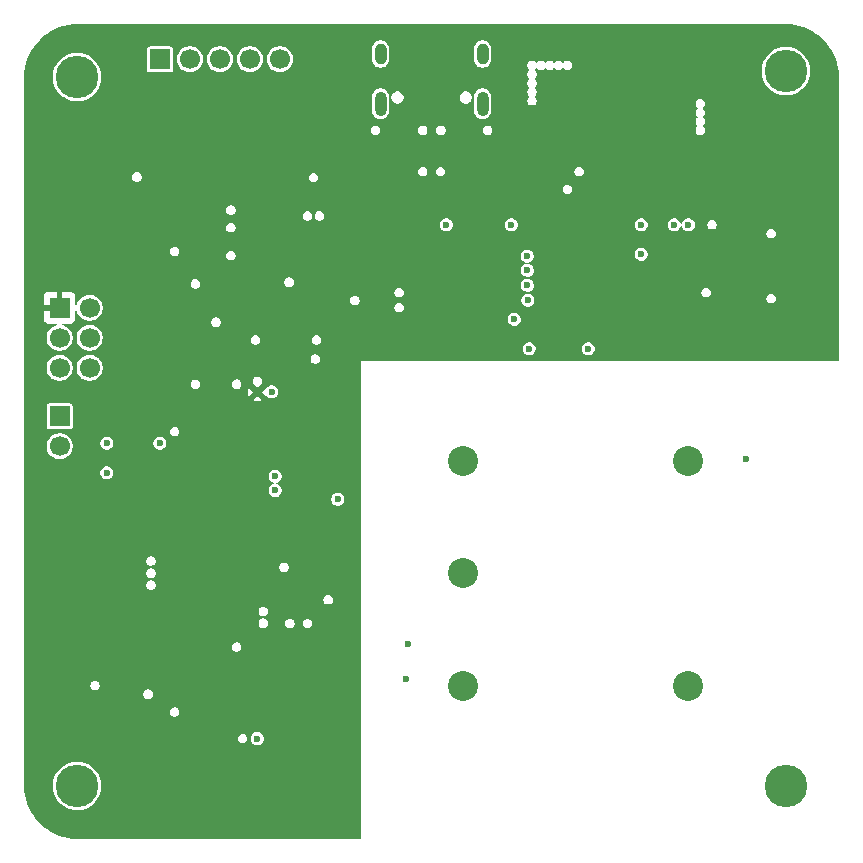
<source format=gbr>
%TF.GenerationSoftware,KiCad,Pcbnew,9.0.4*%
%TF.CreationDate,2025-10-02T19:52:11+02:00*%
%TF.ProjectId,gpsdo,67707364-6f2e-46b6-9963-61645f706362,rev?*%
%TF.SameCoordinates,Original*%
%TF.FileFunction,Copper,L3,Inr*%
%TF.FilePolarity,Positive*%
%FSLAX46Y46*%
G04 Gerber Fmt 4.6, Leading zero omitted, Abs format (unit mm)*
G04 Created by KiCad (PCBNEW 9.0.4) date 2025-10-02 19:52:11*
%MOMM*%
%LPD*%
G01*
G04 APERTURE LIST*
%TA.AperFunction,ComponentPad*%
%ADD10R,1.700000X1.700000*%
%TD*%
%TA.AperFunction,ComponentPad*%
%ADD11C,1.700000*%
%TD*%
%TA.AperFunction,ComponentPad*%
%ADD12C,3.600000*%
%TD*%
%TA.AperFunction,HeatsinkPad*%
%ADD13O,1.000000X1.800000*%
%TD*%
%TA.AperFunction,HeatsinkPad*%
%ADD14O,1.000000X2.100000*%
%TD*%
%TA.AperFunction,ComponentPad*%
%ADD15C,0.600000*%
%TD*%
%TA.AperFunction,ComponentPad*%
%ADD16C,2.540000*%
%TD*%
%TA.AperFunction,ViaPad*%
%ADD17C,0.600000*%
%TD*%
G04 APERTURE END LIST*
D10*
%TO.N,OCXO_5MHZ*%
%TO.C,J7*%
X119750000Y-68250000D03*
D11*
%TO.N,OCXO_2.5MHZ*%
X122290000Y-68250000D03*
%TO.N,OCXO_1.25MHZ*%
X124830000Y-68250000D03*
%TO.N,OCXO_625KHZ*%
X127370000Y-68250000D03*
%TO.N,GND*%
X129910000Y-68250000D03*
%TD*%
D12*
%TO.N,N/C*%
%TO.C,REF\u002A\u002A*%
X112750000Y-69750000D03*
%TD*%
D11*
%TO.N,GND*%
%TO.C,J1*%
X111250000Y-101015000D03*
D10*
%TO.N,PPS_5V*%
X111250000Y-98475000D03*
%TD*%
D12*
%TO.N,N/C*%
%TO.C,REF\u002A\u002A*%
X172750000Y-129750000D03*
%TD*%
D13*
%TO.N,GND*%
%TO.C,J3*%
X138430000Y-67800000D03*
D14*
X138430000Y-72000000D03*
D13*
X147070000Y-67800000D03*
D14*
X147070000Y-72000000D03*
%TD*%
D12*
%TO.N,N/C*%
%TO.C,REF\u002A\u002A*%
X172750000Y-69250000D03*
%TD*%
%TO.N,N/C*%
%TO.C,REF\u002A\u002A*%
X112750000Y-129750000D03*
%TD*%
D15*
%TO.N,GND*%
%TO.C,NT1*%
X129500000Y-103550000D03*
%TO.N,GNDA*%
X129500000Y-104750000D03*
%TD*%
%TO.N,VDD_3V3*%
%TO.C,NT2*%
X128000000Y-96400000D03*
%TO.N,VDDA_3V3*%
X129200000Y-96400000D03*
%TD*%
D11*
%TO.N,GND*%
%TO.C,J2*%
X113790000Y-94357500D03*
%TO.N,SWDIO*%
X111250000Y-94357500D03*
%TO.N,SWCLK*%
X113790000Y-91817500D03*
%TO.N,SWO*%
X111250000Y-91817500D03*
%TO.N,NRST*%
X113790000Y-89277500D03*
D10*
%TO.N,VDD_3V3*%
X111250000Y-89277500D03*
%TD*%
D15*
%TO.N,GND*%
%TO.C,NT3*%
X163300000Y-82250000D03*
%TO.N,GNDA*%
X164500000Y-82250000D03*
%TD*%
D16*
%TO.N,VCC_5V*%
%TO.C,OSC5A2B1*%
X164500000Y-102225000D03*
%TO.N,unconnected-(OSC5A2B1-NC-Pad4)*%
X164500000Y-121275000D03*
%TO.N,Net-(OSC5A2B1-Vref)*%
X145450000Y-121275000D03*
%TO.N,GNDA*%
X145450000Y-111750000D03*
%TO.N,OCXO_Out*%
X145450000Y-102225000D03*
%TD*%
D17*
%TO.N,VDD_3V3*%
X129000000Y-108500000D03*
%TO.N,GNDA*%
X134800000Y-105500000D03*
%TO.N,GND*%
X119750000Y-100750000D03*
%TO.N,VDD_3V3*%
X119750000Y-103250000D03*
%TO.N,GND*%
X115250000Y-100750000D03*
%TO.N,VCC_5V*%
X115250000Y-103250000D03*
X151000000Y-92750000D03*
%TO.N,GND*%
X149750000Y-90250000D03*
X149500000Y-82250000D03*
X144000000Y-82250000D03*
%TO.N,VDD_3V3*%
X145500000Y-81500000D03*
%TO.N,OCXO_5MHZ*%
X150905000Y-88655000D03*
%TO.N,OCXO_2.5MHZ*%
X150865000Y-87385000D03*
%TO.N,OCXO_1.25MHZ*%
X150865000Y-86115000D03*
%TO.N,OCXO_625KHZ*%
X150865000Y-84900000D03*
%TO.N,VCC_5V*%
X156000000Y-92750000D03*
%TO.N,GND*%
X160500000Y-84750000D03*
X160500000Y-82250000D03*
%TO.N,GNDA*%
X140625000Y-120750000D03*
X128000000Y-125750000D03*
X140750000Y-117750000D03*
X169407500Y-102092500D03*
%TO.N,VDD_3V3*%
X163500000Y-76250000D03*
X159000000Y-77750000D03*
X163500000Y-68750000D03*
X163500000Y-69500000D03*
X162750000Y-68750000D03*
X162750000Y-77000000D03*
X162000000Y-69500000D03*
X163500000Y-77000000D03*
X110400000Y-76400000D03*
X162750000Y-69500000D03*
X159750000Y-68750000D03*
X162000000Y-77000000D03*
X160500000Y-68750000D03*
X162750000Y-76250000D03*
X162000000Y-68750000D03*
X163500000Y-70250000D03*
X162750000Y-70250000D03*
X161250000Y-68750000D03*
X138750000Y-86250000D03*
X119000000Y-113550003D03*
X162750000Y-77750000D03*
X160500000Y-77750000D03*
X162000000Y-77750000D03*
X131000000Y-77250000D03*
X123750000Y-87250000D03*
X159750000Y-77750000D03*
X136250000Y-111750000D03*
X159000000Y-68750000D03*
X163500000Y-77750000D03*
X161250000Y-77750000D03*
%TD*%
%TA.AperFunction,Conductor*%
%TO.N,VDD_3V3*%
G36*
X172751351Y-65250559D02*
G01*
X173139481Y-65267505D01*
X173144799Y-65267969D01*
X173528687Y-65318510D01*
X173533937Y-65319436D01*
X173911942Y-65403237D01*
X173917098Y-65404618D01*
X174229133Y-65503002D01*
X174286357Y-65521045D01*
X174291399Y-65522880D01*
X174649104Y-65671046D01*
X174653945Y-65673304D01*
X174997372Y-65852081D01*
X175002004Y-65854755D01*
X175165278Y-65958772D01*
X175328546Y-66062785D01*
X175332941Y-66065863D01*
X175458592Y-66162278D01*
X175640098Y-66301552D01*
X175644188Y-66304983D01*
X175929654Y-66566565D01*
X175933434Y-66570345D01*
X176195014Y-66855809D01*
X176198448Y-66859903D01*
X176245778Y-66921584D01*
X176434136Y-67167058D01*
X176437214Y-67171453D01*
X176645240Y-67497988D01*
X176647922Y-67502634D01*
X176826690Y-67846043D01*
X176828958Y-67850906D01*
X176977119Y-68208600D01*
X176978954Y-68213642D01*
X177095377Y-68582888D01*
X177096765Y-68588070D01*
X177180560Y-68966045D01*
X177181492Y-68971329D01*
X177232028Y-69355187D01*
X177232495Y-69360531D01*
X177249441Y-69748648D01*
X177249500Y-69751331D01*
X177249500Y-93703530D01*
X177231487Y-93747017D01*
X177188000Y-93765030D01*
X177187977Y-93765030D01*
X168367547Y-93761751D01*
X168362492Y-93761541D01*
X168217174Y-93749500D01*
X168217162Y-93749500D01*
X168065892Y-93749500D01*
X158315892Y-93749500D01*
X158250000Y-93749500D01*
X158124802Y-93749500D01*
X158124794Y-93749500D01*
X158070582Y-93757295D01*
X158061807Y-93757921D01*
X152172921Y-93755732D01*
X152164192Y-93755106D01*
X152125206Y-93749500D01*
X152125198Y-93749500D01*
X152065892Y-93749500D01*
X142065892Y-93749500D01*
X142000000Y-93749500D01*
X141782838Y-93749500D01*
X141782826Y-93749500D01*
X141756900Y-93751649D01*
X141751799Y-93751859D01*
X136750000Y-93750000D01*
X136750000Y-98774259D01*
X136749790Y-98779337D01*
X136749500Y-98782826D01*
X136749500Y-108875197D01*
X136749657Y-108877395D01*
X136749593Y-108877399D01*
X136750000Y-108883077D01*
X136750000Y-114866924D01*
X136749593Y-114872603D01*
X136749657Y-114872608D01*
X136749500Y-114874805D01*
X136749500Y-125217169D01*
X136749790Y-125220660D01*
X136750000Y-125225740D01*
X136750000Y-134188000D01*
X136731987Y-134231487D01*
X136688500Y-134249500D01*
X112751332Y-134249500D01*
X112748649Y-134249441D01*
X112360531Y-134232495D01*
X112355187Y-134232028D01*
X111971329Y-134181492D01*
X111966045Y-134180560D01*
X111588070Y-134096765D01*
X111582888Y-134095377D01*
X111213642Y-133978954D01*
X111208600Y-133977119D01*
X110850906Y-133828958D01*
X110846043Y-133826690D01*
X110502634Y-133647922D01*
X110497988Y-133645240D01*
X110171453Y-133437214D01*
X110167058Y-133434136D01*
X109985562Y-133294870D01*
X109859903Y-133198448D01*
X109855809Y-133195014D01*
X109570345Y-132933434D01*
X109566565Y-132929654D01*
X109304983Y-132644188D01*
X109301552Y-132640098D01*
X109162278Y-132458592D01*
X109065863Y-132332941D01*
X109062785Y-132328546D01*
X108854759Y-132002011D01*
X108852077Y-131997365D01*
X108673304Y-131653945D01*
X108671046Y-131649104D01*
X108522880Y-131291399D01*
X108521045Y-131286357D01*
X108463828Y-131104888D01*
X108404618Y-130917098D01*
X108403237Y-130911942D01*
X108319436Y-130533937D01*
X108318510Y-130528687D01*
X108267969Y-130144799D01*
X108267505Y-130139481D01*
X108250559Y-129751351D01*
X108250500Y-129748668D01*
X108250500Y-129615597D01*
X110699500Y-129615597D01*
X110699500Y-129884402D01*
X110734585Y-130150898D01*
X110804151Y-130410520D01*
X110804153Y-130410526D01*
X110907016Y-130658859D01*
X110992219Y-130806435D01*
X111041412Y-130891640D01*
X111060956Y-130917111D01*
X111205044Y-131104890D01*
X111395110Y-131294956D01*
X111608359Y-131458587D01*
X111841141Y-131592984D01*
X112089474Y-131695847D01*
X112271970Y-131744746D01*
X112349101Y-131765414D01*
X112349102Y-131765414D01*
X112349109Y-131765416D01*
X112615603Y-131800500D01*
X112615606Y-131800500D01*
X112884394Y-131800500D01*
X112884397Y-131800500D01*
X113150891Y-131765416D01*
X113410526Y-131695847D01*
X113658859Y-131592984D01*
X113891641Y-131458587D01*
X114104890Y-131294956D01*
X114294956Y-131104890D01*
X114458587Y-130891641D01*
X114592984Y-130658859D01*
X114695847Y-130410526D01*
X114765416Y-130150891D01*
X114800500Y-129884397D01*
X114800500Y-129615603D01*
X114765416Y-129349109D01*
X114763261Y-129341068D01*
X114695848Y-129089479D01*
X114695847Y-129089474D01*
X114592984Y-128841141D01*
X114458587Y-128608359D01*
X114435556Y-128578344D01*
X114294957Y-128395111D01*
X114104888Y-128205042D01*
X113891640Y-128041412D01*
X113806435Y-127992219D01*
X113658859Y-127907016D01*
X113410526Y-127804153D01*
X113410520Y-127804151D01*
X113150898Y-127734585D01*
X113150891Y-127734584D01*
X113122519Y-127730848D01*
X112884402Y-127699500D01*
X112884397Y-127699500D01*
X112615603Y-127699500D01*
X112615597Y-127699500D01*
X112349101Y-127734585D01*
X112089479Y-127804151D01*
X112089473Y-127804153D01*
X111841143Y-127907015D01*
X111608359Y-128041412D01*
X111395111Y-128205042D01*
X111205042Y-128395111D01*
X111041412Y-128608359D01*
X110907015Y-128841143D01*
X110804153Y-129089473D01*
X110804151Y-129089479D01*
X110734585Y-129349101D01*
X110699500Y-129615597D01*
X108250500Y-129615597D01*
X108250500Y-125697269D01*
X126349500Y-125697269D01*
X126349500Y-125802730D01*
X126376790Y-125904580D01*
X126376792Y-125904584D01*
X126376793Y-125904587D01*
X126429520Y-125995913D01*
X126504087Y-126070480D01*
X126595413Y-126123207D01*
X126595417Y-126123208D01*
X126595419Y-126123209D01*
X126697269Y-126150499D01*
X126697271Y-126150500D01*
X126697273Y-126150500D01*
X126802729Y-126150500D01*
X126802729Y-126150499D01*
X126904587Y-126123207D01*
X126995913Y-126070480D01*
X127070480Y-125995913D01*
X127123207Y-125904587D01*
X127150499Y-125802729D01*
X127150500Y-125802729D01*
X127150500Y-125697272D01*
X127148394Y-125689413D01*
X127148394Y-125689411D01*
X127145208Y-125677522D01*
X127449500Y-125677522D01*
X127449500Y-125822477D01*
X127487014Y-125962480D01*
X127487015Y-125962482D01*
X127487016Y-125962485D01*
X127559491Y-126088015D01*
X127661985Y-126190509D01*
X127787515Y-126262984D01*
X127787519Y-126262985D01*
X127927523Y-126300500D01*
X127927525Y-126300500D01*
X128072476Y-126300500D01*
X128134206Y-126283958D01*
X128212485Y-126262984D01*
X128338015Y-126190509D01*
X128440509Y-126088015D01*
X128512984Y-125962485D01*
X128528500Y-125904580D01*
X128550500Y-125822477D01*
X128550500Y-125677522D01*
X128512985Y-125537519D01*
X128512984Y-125537515D01*
X128440509Y-125411985D01*
X128338015Y-125309491D01*
X128212485Y-125237016D01*
X128212482Y-125237015D01*
X128212480Y-125237014D01*
X128072477Y-125199500D01*
X128072475Y-125199500D01*
X127927525Y-125199500D01*
X127927523Y-125199500D01*
X127787519Y-125237014D01*
X127787515Y-125237016D01*
X127661986Y-125309490D01*
X127661981Y-125309494D01*
X127559494Y-125411981D01*
X127559490Y-125411986D01*
X127487016Y-125537515D01*
X127487014Y-125537519D01*
X127449500Y-125677522D01*
X127145208Y-125677522D01*
X127123209Y-125595419D01*
X127123208Y-125595417D01*
X127123207Y-125595413D01*
X127070480Y-125504087D01*
X126995913Y-125429520D01*
X126904587Y-125376793D01*
X126904584Y-125376792D01*
X126904580Y-125376790D01*
X126802730Y-125349500D01*
X126802727Y-125349500D01*
X126697273Y-125349500D01*
X126697270Y-125349500D01*
X126595419Y-125376790D01*
X126595413Y-125376793D01*
X126504088Y-125429519D01*
X126504083Y-125429523D01*
X126429523Y-125504083D01*
X126429519Y-125504088D01*
X126376793Y-125595413D01*
X126376790Y-125595419D01*
X126349500Y-125697269D01*
X108250500Y-125697269D01*
X108250500Y-123447269D01*
X120599500Y-123447269D01*
X120599500Y-123552730D01*
X120626790Y-123654580D01*
X120626792Y-123654584D01*
X120626793Y-123654587D01*
X120679520Y-123745913D01*
X120754087Y-123820480D01*
X120845413Y-123873207D01*
X120845417Y-123873208D01*
X120845419Y-123873209D01*
X120947269Y-123900499D01*
X120947271Y-123900500D01*
X120947273Y-123900500D01*
X121052729Y-123900500D01*
X121052729Y-123900499D01*
X121154587Y-123873207D01*
X121245913Y-123820480D01*
X121320480Y-123745913D01*
X121373207Y-123654587D01*
X121400499Y-123552729D01*
X121400500Y-123552729D01*
X121400500Y-123447270D01*
X121400499Y-123447269D01*
X121373209Y-123345419D01*
X121373208Y-123345417D01*
X121373207Y-123345413D01*
X121320480Y-123254087D01*
X121245913Y-123179520D01*
X121154587Y-123126793D01*
X121154584Y-123126792D01*
X121154580Y-123126790D01*
X121052730Y-123099500D01*
X121052727Y-123099500D01*
X120947273Y-123099500D01*
X120947270Y-123099500D01*
X120845419Y-123126790D01*
X120845413Y-123126793D01*
X120754088Y-123179519D01*
X120754083Y-123179523D01*
X120679523Y-123254083D01*
X120679519Y-123254088D01*
X120626793Y-123345413D01*
X120626790Y-123345419D01*
X120599500Y-123447269D01*
X108250500Y-123447269D01*
X108250500Y-121947269D01*
X118349500Y-121947269D01*
X118349500Y-122052730D01*
X118376790Y-122154580D01*
X118376792Y-122154584D01*
X118376793Y-122154587D01*
X118429520Y-122245913D01*
X118504087Y-122320480D01*
X118595413Y-122373207D01*
X118595417Y-122373208D01*
X118595419Y-122373209D01*
X118697269Y-122400499D01*
X118697271Y-122400500D01*
X118697273Y-122400500D01*
X118802729Y-122400500D01*
X118802729Y-122400499D01*
X118904587Y-122373207D01*
X118995913Y-122320480D01*
X119070480Y-122245913D01*
X119123207Y-122154587D01*
X119150499Y-122052729D01*
X119150500Y-122052729D01*
X119150500Y-121947270D01*
X119150499Y-121947269D01*
X119123209Y-121845419D01*
X119123208Y-121845417D01*
X119123207Y-121845413D01*
X119070480Y-121754087D01*
X118995913Y-121679520D01*
X118904587Y-121626793D01*
X118904584Y-121626792D01*
X118904580Y-121626790D01*
X118802730Y-121599500D01*
X118802727Y-121599500D01*
X118697273Y-121599500D01*
X118697270Y-121599500D01*
X118595419Y-121626790D01*
X118595413Y-121626793D01*
X118504088Y-121679519D01*
X118504083Y-121679523D01*
X118429523Y-121754083D01*
X118429519Y-121754088D01*
X118376793Y-121845413D01*
X118376790Y-121845419D01*
X118349500Y-121947269D01*
X108250500Y-121947269D01*
X108250500Y-121197269D01*
X113849500Y-121197269D01*
X113849500Y-121302730D01*
X113876790Y-121404580D01*
X113876792Y-121404584D01*
X113876793Y-121404587D01*
X113929520Y-121495913D01*
X114004087Y-121570480D01*
X114095413Y-121623207D01*
X114095417Y-121623208D01*
X114095419Y-121623209D01*
X114197269Y-121650499D01*
X114197271Y-121650500D01*
X114197273Y-121650500D01*
X114302729Y-121650500D01*
X114302729Y-121650499D01*
X114365059Y-121633798D01*
X114404580Y-121623209D01*
X114404580Y-121623208D01*
X114404587Y-121623207D01*
X114495913Y-121570480D01*
X114570480Y-121495913D01*
X114623207Y-121404587D01*
X114650499Y-121302729D01*
X114650500Y-121302729D01*
X114650500Y-121197270D01*
X114650499Y-121197269D01*
X114623209Y-121095419D01*
X114623208Y-121095417D01*
X114623207Y-121095413D01*
X114570480Y-121004087D01*
X114495913Y-120929520D01*
X114404587Y-120876793D01*
X114404584Y-120876792D01*
X114404580Y-120876790D01*
X114302730Y-120849500D01*
X114302727Y-120849500D01*
X114197273Y-120849500D01*
X114197270Y-120849500D01*
X114095419Y-120876790D01*
X114095413Y-120876793D01*
X114004088Y-120929519D01*
X114004083Y-120929523D01*
X113929523Y-121004083D01*
X113929519Y-121004088D01*
X113876793Y-121095413D01*
X113876790Y-121095419D01*
X113849500Y-121197269D01*
X108250500Y-121197269D01*
X108250500Y-117947269D01*
X125849500Y-117947269D01*
X125849500Y-118052730D01*
X125876790Y-118154580D01*
X125876792Y-118154584D01*
X125876793Y-118154587D01*
X125929520Y-118245913D01*
X126004087Y-118320480D01*
X126095413Y-118373207D01*
X126095417Y-118373208D01*
X126095419Y-118373209D01*
X126197269Y-118400499D01*
X126197271Y-118400500D01*
X126197273Y-118400500D01*
X126302729Y-118400500D01*
X126302729Y-118400499D01*
X126404587Y-118373207D01*
X126495913Y-118320480D01*
X126570480Y-118245913D01*
X126623207Y-118154587D01*
X126650499Y-118052729D01*
X126650500Y-118052729D01*
X126650500Y-117947270D01*
X126650499Y-117947269D01*
X126623209Y-117845419D01*
X126623208Y-117845417D01*
X126623207Y-117845413D01*
X126570480Y-117754087D01*
X126495913Y-117679520D01*
X126404587Y-117626793D01*
X126404584Y-117626792D01*
X126404580Y-117626790D01*
X126302730Y-117599500D01*
X126302727Y-117599500D01*
X126197273Y-117599500D01*
X126197270Y-117599500D01*
X126095419Y-117626790D01*
X126095413Y-117626793D01*
X126004088Y-117679519D01*
X126004083Y-117679523D01*
X125929523Y-117754083D01*
X125929519Y-117754088D01*
X125876793Y-117845413D01*
X125876790Y-117845419D01*
X125849500Y-117947269D01*
X108250500Y-117947269D01*
X108250500Y-115926019D01*
X128099500Y-115926019D01*
X128099500Y-116031480D01*
X128126790Y-116133330D01*
X128126792Y-116133334D01*
X128126793Y-116133337D01*
X128179520Y-116224663D01*
X128254087Y-116299230D01*
X128345413Y-116351957D01*
X128345417Y-116351958D01*
X128345419Y-116351959D01*
X128447269Y-116379249D01*
X128447271Y-116379250D01*
X128447273Y-116379250D01*
X128552729Y-116379250D01*
X128552729Y-116379249D01*
X128654587Y-116351957D01*
X128745913Y-116299230D01*
X128820480Y-116224663D01*
X128873207Y-116133337D01*
X128900499Y-116031479D01*
X128900500Y-116031479D01*
X128900500Y-115947269D01*
X130349500Y-115947269D01*
X130349500Y-116052730D01*
X130376790Y-116154580D01*
X130376792Y-116154584D01*
X130376793Y-116154587D01*
X130429520Y-116245913D01*
X130504087Y-116320480D01*
X130595413Y-116373207D01*
X130595417Y-116373208D01*
X130595419Y-116373209D01*
X130697269Y-116400499D01*
X130697271Y-116400500D01*
X130697273Y-116400500D01*
X130802729Y-116400500D01*
X130802729Y-116400499D01*
X130904587Y-116373207D01*
X130995913Y-116320480D01*
X131070480Y-116245913D01*
X131123207Y-116154587D01*
X131150499Y-116052729D01*
X131150500Y-116052729D01*
X131150500Y-115947270D01*
X131150499Y-115947269D01*
X131849500Y-115947269D01*
X131849500Y-116052730D01*
X131876790Y-116154580D01*
X131876792Y-116154584D01*
X131876793Y-116154587D01*
X131929520Y-116245913D01*
X132004087Y-116320480D01*
X132095413Y-116373207D01*
X132095417Y-116373208D01*
X132095419Y-116373209D01*
X132197269Y-116400499D01*
X132197271Y-116400500D01*
X132197273Y-116400500D01*
X132302729Y-116400500D01*
X132302729Y-116400499D01*
X132404587Y-116373207D01*
X132495913Y-116320480D01*
X132570480Y-116245913D01*
X132623207Y-116154587D01*
X132650499Y-116052729D01*
X132650500Y-116052729D01*
X132650500Y-115947270D01*
X132650499Y-115947269D01*
X132623209Y-115845419D01*
X132623208Y-115845417D01*
X132623207Y-115845413D01*
X132570480Y-115754087D01*
X132495913Y-115679520D01*
X132404587Y-115626793D01*
X132404584Y-115626792D01*
X132404580Y-115626790D01*
X132302730Y-115599500D01*
X132302727Y-115599500D01*
X132197273Y-115599500D01*
X132197270Y-115599500D01*
X132095419Y-115626790D01*
X132095413Y-115626793D01*
X132004088Y-115679519D01*
X132004083Y-115679523D01*
X131929523Y-115754083D01*
X131929519Y-115754088D01*
X131876793Y-115845413D01*
X131876790Y-115845419D01*
X131849500Y-115947269D01*
X131150499Y-115947269D01*
X131123209Y-115845419D01*
X131123208Y-115845417D01*
X131123207Y-115845413D01*
X131070480Y-115754087D01*
X130995913Y-115679520D01*
X130904587Y-115626793D01*
X130904584Y-115626792D01*
X130904580Y-115626790D01*
X130802730Y-115599500D01*
X130802727Y-115599500D01*
X130697273Y-115599500D01*
X130697270Y-115599500D01*
X130595419Y-115626790D01*
X130595413Y-115626793D01*
X130504088Y-115679519D01*
X130504083Y-115679523D01*
X130429523Y-115754083D01*
X130429519Y-115754088D01*
X130376793Y-115845413D01*
X130376790Y-115845419D01*
X130349500Y-115947269D01*
X128900500Y-115947269D01*
X128900500Y-115926020D01*
X128900499Y-115926019D01*
X128873209Y-115824169D01*
X128873208Y-115824167D01*
X128873207Y-115824163D01*
X128820480Y-115732837D01*
X128745913Y-115658270D01*
X128654587Y-115605543D01*
X128654584Y-115605542D01*
X128654580Y-115605540D01*
X128552730Y-115578250D01*
X128552727Y-115578250D01*
X128447273Y-115578250D01*
X128447270Y-115578250D01*
X128345419Y-115605540D01*
X128345413Y-115605543D01*
X128254088Y-115658269D01*
X128254083Y-115658273D01*
X128179523Y-115732833D01*
X128179519Y-115732838D01*
X128126793Y-115824163D01*
X128126790Y-115824169D01*
X128099500Y-115926019D01*
X108250500Y-115926019D01*
X108250500Y-114926019D01*
X128099500Y-114926019D01*
X128099500Y-115031480D01*
X128126790Y-115133330D01*
X128126792Y-115133334D01*
X128126793Y-115133337D01*
X128179520Y-115224663D01*
X128254087Y-115299230D01*
X128345413Y-115351957D01*
X128345417Y-115351958D01*
X128345419Y-115351959D01*
X128447269Y-115379249D01*
X128447271Y-115379250D01*
X128447273Y-115379250D01*
X128552729Y-115379250D01*
X128552729Y-115379249D01*
X128654587Y-115351957D01*
X128745913Y-115299230D01*
X128820480Y-115224663D01*
X128873207Y-115133337D01*
X128900499Y-115031479D01*
X128900500Y-115031479D01*
X128900500Y-114926020D01*
X128900499Y-114926019D01*
X128873209Y-114824169D01*
X128873208Y-114824167D01*
X128873207Y-114824163D01*
X128820480Y-114732837D01*
X128745913Y-114658270D01*
X128654587Y-114605543D01*
X128654584Y-114605542D01*
X128654580Y-114605540D01*
X128552730Y-114578250D01*
X128552727Y-114578250D01*
X128447273Y-114578250D01*
X128447270Y-114578250D01*
X128345419Y-114605540D01*
X128345413Y-114605543D01*
X128254088Y-114658269D01*
X128254083Y-114658273D01*
X128179523Y-114732833D01*
X128179519Y-114732838D01*
X128126793Y-114824163D01*
X128126790Y-114824169D01*
X128099500Y-114926019D01*
X108250500Y-114926019D01*
X108250500Y-113947269D01*
X133599500Y-113947269D01*
X133599500Y-114052730D01*
X133626790Y-114154580D01*
X133626792Y-114154584D01*
X133626793Y-114154587D01*
X133679520Y-114245913D01*
X133754087Y-114320480D01*
X133845413Y-114373207D01*
X133845417Y-114373208D01*
X133845419Y-114373209D01*
X133947269Y-114400499D01*
X133947271Y-114400500D01*
X133947273Y-114400500D01*
X134052729Y-114400500D01*
X134052729Y-114400499D01*
X134154587Y-114373207D01*
X134245913Y-114320480D01*
X134320480Y-114245913D01*
X134373207Y-114154587D01*
X134400499Y-114052729D01*
X134400500Y-114052729D01*
X134400500Y-113947270D01*
X134400499Y-113947269D01*
X134373209Y-113845419D01*
X134373208Y-113845417D01*
X134373207Y-113845413D01*
X134320480Y-113754087D01*
X134245913Y-113679520D01*
X134154587Y-113626793D01*
X134154584Y-113626792D01*
X134154580Y-113626790D01*
X134052730Y-113599500D01*
X134052727Y-113599500D01*
X133947273Y-113599500D01*
X133947270Y-113599500D01*
X133845419Y-113626790D01*
X133845413Y-113626793D01*
X133754088Y-113679519D01*
X133754083Y-113679523D01*
X133679523Y-113754083D01*
X133679519Y-113754088D01*
X133626793Y-113845413D01*
X133626790Y-113845419D01*
X133599500Y-113947269D01*
X108250500Y-113947269D01*
X108250500Y-112697269D01*
X118599500Y-112697269D01*
X118599500Y-112802730D01*
X118626790Y-112904580D01*
X118626792Y-112904584D01*
X118626793Y-112904587D01*
X118679520Y-112995913D01*
X118754087Y-113070480D01*
X118845413Y-113123207D01*
X118845417Y-113123208D01*
X118845419Y-113123209D01*
X118947269Y-113150499D01*
X118947271Y-113150500D01*
X118947273Y-113150500D01*
X119052729Y-113150500D01*
X119052729Y-113150499D01*
X119154587Y-113123207D01*
X119245913Y-113070480D01*
X119320480Y-112995913D01*
X119373207Y-112904587D01*
X119400499Y-112802729D01*
X119400500Y-112802729D01*
X119400500Y-112697270D01*
X119400499Y-112697269D01*
X119373209Y-112595419D01*
X119373208Y-112595417D01*
X119373207Y-112595413D01*
X119320480Y-112504087D01*
X119245913Y-112429520D01*
X119154587Y-112376793D01*
X119154584Y-112376792D01*
X119154580Y-112376790D01*
X119052730Y-112349500D01*
X119052727Y-112349500D01*
X118947273Y-112349500D01*
X118947270Y-112349500D01*
X118845419Y-112376790D01*
X118845413Y-112376793D01*
X118754088Y-112429519D01*
X118754083Y-112429523D01*
X118679523Y-112504083D01*
X118679519Y-112504088D01*
X118626793Y-112595413D01*
X118626790Y-112595419D01*
X118599500Y-112697269D01*
X108250500Y-112697269D01*
X108250500Y-111697269D01*
X118599500Y-111697269D01*
X118599500Y-111802730D01*
X118626790Y-111904580D01*
X118626792Y-111904584D01*
X118626793Y-111904587D01*
X118679520Y-111995913D01*
X118754087Y-112070480D01*
X118845413Y-112123207D01*
X118845417Y-112123208D01*
X118845419Y-112123209D01*
X118947269Y-112150499D01*
X118947271Y-112150500D01*
X118947273Y-112150500D01*
X119052729Y-112150500D01*
X119052729Y-112150499D01*
X119154587Y-112123207D01*
X119245913Y-112070480D01*
X119320480Y-111995913D01*
X119373207Y-111904587D01*
X119400499Y-111802729D01*
X119400500Y-111802729D01*
X119400500Y-111697270D01*
X119400499Y-111697269D01*
X119373209Y-111595419D01*
X119373208Y-111595417D01*
X119373207Y-111595413D01*
X119320480Y-111504087D01*
X119245913Y-111429520D01*
X119154587Y-111376793D01*
X119154584Y-111376792D01*
X119154580Y-111376790D01*
X119052730Y-111349500D01*
X119052727Y-111349500D01*
X118947273Y-111349500D01*
X118947270Y-111349500D01*
X118845419Y-111376790D01*
X118845413Y-111376793D01*
X118754088Y-111429519D01*
X118754083Y-111429523D01*
X118679523Y-111504083D01*
X118679519Y-111504088D01*
X118626793Y-111595413D01*
X118626790Y-111595419D01*
X118599500Y-111697269D01*
X108250500Y-111697269D01*
X108250500Y-111197269D01*
X129849500Y-111197269D01*
X129849500Y-111302730D01*
X129876790Y-111404580D01*
X129876792Y-111404584D01*
X129876793Y-111404587D01*
X129929520Y-111495913D01*
X130004087Y-111570480D01*
X130095413Y-111623207D01*
X130095417Y-111623208D01*
X130095419Y-111623209D01*
X130197269Y-111650499D01*
X130197271Y-111650500D01*
X130197273Y-111650500D01*
X130302729Y-111650500D01*
X130302729Y-111650499D01*
X130365059Y-111633798D01*
X130404580Y-111623209D01*
X130404580Y-111623208D01*
X130404587Y-111623207D01*
X130495913Y-111570480D01*
X130570480Y-111495913D01*
X130623207Y-111404587D01*
X130626058Y-111393949D01*
X130650499Y-111302730D01*
X130650500Y-111302729D01*
X130650500Y-111197270D01*
X130650499Y-111197269D01*
X130623209Y-111095419D01*
X130623208Y-111095417D01*
X130623207Y-111095413D01*
X130570480Y-111004087D01*
X130495913Y-110929520D01*
X130404587Y-110876793D01*
X130404584Y-110876792D01*
X130404580Y-110876790D01*
X130302730Y-110849500D01*
X130302727Y-110849500D01*
X130197273Y-110849500D01*
X130197270Y-110849500D01*
X130095419Y-110876790D01*
X130095413Y-110876793D01*
X130004088Y-110929519D01*
X130004083Y-110929523D01*
X129929523Y-111004083D01*
X129929519Y-111004088D01*
X129876793Y-111095413D01*
X129876790Y-111095419D01*
X129849500Y-111197269D01*
X108250500Y-111197269D01*
X108250500Y-110660612D01*
X118599500Y-110660612D01*
X118599500Y-110766073D01*
X118626790Y-110867923D01*
X118626792Y-110867927D01*
X118626793Y-110867930D01*
X118679520Y-110959256D01*
X118754087Y-111033823D01*
X118845413Y-111086550D01*
X118845417Y-111086551D01*
X118845419Y-111086552D01*
X118947269Y-111113842D01*
X118947271Y-111113843D01*
X118947273Y-111113843D01*
X119052729Y-111113843D01*
X119052729Y-111113842D01*
X119121487Y-111095419D01*
X119154580Y-111086552D01*
X119154580Y-111086551D01*
X119154587Y-111086550D01*
X119245913Y-111033823D01*
X119320480Y-110959256D01*
X119373207Y-110867930D01*
X119400499Y-110766072D01*
X119400500Y-110766072D01*
X119400500Y-110660613D01*
X119400499Y-110660612D01*
X119373209Y-110558762D01*
X119373208Y-110558760D01*
X119373207Y-110558756D01*
X119320480Y-110467430D01*
X119245913Y-110392863D01*
X119154587Y-110340136D01*
X119154584Y-110340135D01*
X119154580Y-110340133D01*
X119052730Y-110312843D01*
X119052727Y-110312843D01*
X118947273Y-110312843D01*
X118947270Y-110312843D01*
X118845419Y-110340133D01*
X118845413Y-110340136D01*
X118754088Y-110392862D01*
X118754083Y-110392866D01*
X118679523Y-110467426D01*
X118679519Y-110467431D01*
X118626793Y-110558756D01*
X118626790Y-110558762D01*
X118599500Y-110660612D01*
X108250500Y-110660612D01*
X108250500Y-105427522D01*
X134249500Y-105427522D01*
X134249500Y-105572477D01*
X134287014Y-105712480D01*
X134287015Y-105712482D01*
X134287016Y-105712485D01*
X134359491Y-105838015D01*
X134461985Y-105940509D01*
X134587515Y-106012984D01*
X134587519Y-106012985D01*
X134727523Y-106050500D01*
X134727525Y-106050500D01*
X134872476Y-106050500D01*
X134934206Y-106033958D01*
X135012485Y-106012984D01*
X135138015Y-105940509D01*
X135240509Y-105838015D01*
X135312984Y-105712485D01*
X135327540Y-105658158D01*
X135350500Y-105572477D01*
X135350500Y-105427522D01*
X135312985Y-105287519D01*
X135312984Y-105287515D01*
X135240509Y-105161985D01*
X135138015Y-105059491D01*
X135012485Y-104987016D01*
X135012482Y-104987015D01*
X135012480Y-104987014D01*
X134872477Y-104949500D01*
X134872475Y-104949500D01*
X134727525Y-104949500D01*
X134727523Y-104949500D01*
X134587519Y-104987014D01*
X134587515Y-104987016D01*
X134461986Y-105059490D01*
X134461981Y-105059494D01*
X134359494Y-105161981D01*
X134359490Y-105161986D01*
X134287016Y-105287515D01*
X134287014Y-105287519D01*
X134249500Y-105427522D01*
X108250500Y-105427522D01*
X108250500Y-103177522D01*
X114699500Y-103177522D01*
X114699500Y-103322477D01*
X114737014Y-103462480D01*
X114737015Y-103462482D01*
X114737016Y-103462485D01*
X114809491Y-103588015D01*
X114911985Y-103690509D01*
X115037515Y-103762984D01*
X115037519Y-103762985D01*
X115177523Y-103800500D01*
X115177525Y-103800500D01*
X115322476Y-103800500D01*
X115384206Y-103783958D01*
X115462485Y-103762984D01*
X115588015Y-103690509D01*
X115690509Y-103588015D01*
X115754302Y-103477522D01*
X128949500Y-103477522D01*
X128949500Y-103622477D01*
X128987014Y-103762480D01*
X128987015Y-103762482D01*
X128987016Y-103762485D01*
X129059491Y-103888015D01*
X129161985Y-103990509D01*
X129287515Y-104062984D01*
X129287519Y-104062985D01*
X129390561Y-104090596D01*
X129427904Y-104119250D01*
X129434047Y-104165918D01*
X129405393Y-104203261D01*
X129390561Y-104209404D01*
X129287519Y-104237014D01*
X129287515Y-104237016D01*
X129161986Y-104309490D01*
X129161981Y-104309494D01*
X129059494Y-104411981D01*
X129059490Y-104411986D01*
X128987016Y-104537515D01*
X128987014Y-104537519D01*
X128949500Y-104677522D01*
X128949500Y-104822477D01*
X128987014Y-104962480D01*
X128987015Y-104962482D01*
X128987016Y-104962485D01*
X129059491Y-105088015D01*
X129161985Y-105190509D01*
X129287515Y-105262984D01*
X129287519Y-105262985D01*
X129427523Y-105300500D01*
X129427525Y-105300500D01*
X129572476Y-105300500D01*
X129634206Y-105283958D01*
X129712485Y-105262984D01*
X129838015Y-105190509D01*
X129940509Y-105088015D01*
X130012984Y-104962485D01*
X130027540Y-104908158D01*
X130050500Y-104822477D01*
X130050500Y-104677522D01*
X130012985Y-104537519D01*
X130012984Y-104537515D01*
X129940509Y-104411985D01*
X129838015Y-104309491D01*
X129712485Y-104237016D01*
X129712482Y-104237015D01*
X129712480Y-104237014D01*
X129609438Y-104209404D01*
X129572095Y-104180750D01*
X129565952Y-104134082D01*
X129594606Y-104096739D01*
X129609438Y-104090596D01*
X129659453Y-104077194D01*
X129712485Y-104062984D01*
X129838015Y-103990509D01*
X129940509Y-103888015D01*
X130012984Y-103762485D01*
X130032271Y-103690505D01*
X130050500Y-103622477D01*
X130050500Y-103477522D01*
X130012985Y-103337519D01*
X130012984Y-103337515D01*
X129940509Y-103211985D01*
X129838015Y-103109491D01*
X129712485Y-103037016D01*
X129712482Y-103037015D01*
X129712480Y-103037014D01*
X129572477Y-102999500D01*
X129572475Y-102999500D01*
X129427525Y-102999500D01*
X129427523Y-102999500D01*
X129287519Y-103037014D01*
X129287515Y-103037016D01*
X129161986Y-103109490D01*
X129161981Y-103109494D01*
X129059494Y-103211981D01*
X129059490Y-103211986D01*
X128987016Y-103337515D01*
X128987014Y-103337519D01*
X128949500Y-103477522D01*
X115754302Y-103477522D01*
X115762984Y-103462485D01*
X115764301Y-103457571D01*
X115800500Y-103322477D01*
X115800500Y-103177522D01*
X115762985Y-103037519D01*
X115762984Y-103037515D01*
X115690509Y-102911985D01*
X115588015Y-102809491D01*
X115462485Y-102737016D01*
X115462482Y-102737015D01*
X115462480Y-102737014D01*
X115322477Y-102699500D01*
X115322475Y-102699500D01*
X115177525Y-102699500D01*
X115177523Y-102699500D01*
X115037519Y-102737014D01*
X115037515Y-102737016D01*
X114911986Y-102809490D01*
X114911981Y-102809494D01*
X114809494Y-102911981D01*
X114809490Y-102911986D01*
X114737016Y-103037515D01*
X114737014Y-103037519D01*
X114699500Y-103177522D01*
X108250500Y-103177522D01*
X108250500Y-100928385D01*
X110149500Y-100928385D01*
X110149500Y-101101614D01*
X110176598Y-101272703D01*
X110230127Y-101437446D01*
X110308769Y-101591790D01*
X110410584Y-101731926D01*
X110533073Y-101854415D01*
X110673209Y-101956230D01*
X110673212Y-101956232D01*
X110827555Y-102034873D01*
X110992296Y-102088401D01*
X110992299Y-102088402D01*
X111163389Y-102115500D01*
X111163393Y-102115500D01*
X111336607Y-102115500D01*
X111336611Y-102115500D01*
X111507701Y-102088402D01*
X111672445Y-102034873D01*
X111826788Y-101956232D01*
X111966928Y-101854414D01*
X112089414Y-101731928D01*
X112191232Y-101591788D01*
X112269873Y-101437445D01*
X112323402Y-101272701D01*
X112350500Y-101101611D01*
X112350500Y-100928389D01*
X112323402Y-100757299D01*
X112297481Y-100677522D01*
X114699500Y-100677522D01*
X114699500Y-100822477D01*
X114737014Y-100962480D01*
X114737015Y-100962482D01*
X114737016Y-100962485D01*
X114809491Y-101088015D01*
X114911985Y-101190509D01*
X115037515Y-101262984D01*
X115037519Y-101262985D01*
X115177523Y-101300500D01*
X115177525Y-101300500D01*
X115322476Y-101300500D01*
X115384206Y-101283958D01*
X115462485Y-101262984D01*
X115588015Y-101190509D01*
X115690509Y-101088015D01*
X115762984Y-100962485D01*
X115777540Y-100908158D01*
X115800500Y-100822477D01*
X115800500Y-100677522D01*
X119199500Y-100677522D01*
X119199500Y-100822477D01*
X119237014Y-100962480D01*
X119237015Y-100962482D01*
X119237016Y-100962485D01*
X119309491Y-101088015D01*
X119411985Y-101190509D01*
X119537515Y-101262984D01*
X119537519Y-101262985D01*
X119677523Y-101300500D01*
X119677525Y-101300500D01*
X119822476Y-101300500D01*
X119884206Y-101283958D01*
X119962485Y-101262984D01*
X120088015Y-101190509D01*
X120190509Y-101088015D01*
X120262984Y-100962485D01*
X120277540Y-100908158D01*
X120300500Y-100822477D01*
X120300500Y-100677522D01*
X120262985Y-100537519D01*
X120262984Y-100537515D01*
X120190509Y-100411985D01*
X120088015Y-100309491D01*
X119962485Y-100237016D01*
X119962482Y-100237015D01*
X119962480Y-100237014D01*
X119822477Y-100199500D01*
X119822475Y-100199500D01*
X119677525Y-100199500D01*
X119677523Y-100199500D01*
X119537519Y-100237014D01*
X119537515Y-100237016D01*
X119411986Y-100309490D01*
X119411981Y-100309494D01*
X119309494Y-100411981D01*
X119309490Y-100411986D01*
X119237016Y-100537515D01*
X119237014Y-100537519D01*
X119199500Y-100677522D01*
X115800500Y-100677522D01*
X115762985Y-100537519D01*
X115762984Y-100537515D01*
X115690509Y-100411985D01*
X115588015Y-100309491D01*
X115462485Y-100237016D01*
X115462482Y-100237015D01*
X115462480Y-100237014D01*
X115322477Y-100199500D01*
X115322475Y-100199500D01*
X115177525Y-100199500D01*
X115177523Y-100199500D01*
X115037519Y-100237014D01*
X115037515Y-100237016D01*
X114911986Y-100309490D01*
X114911981Y-100309494D01*
X114809494Y-100411981D01*
X114809490Y-100411986D01*
X114737016Y-100537515D01*
X114737014Y-100537519D01*
X114699500Y-100677522D01*
X112297481Y-100677522D01*
X112269873Y-100592555D01*
X112191232Y-100438212D01*
X112097713Y-100309494D01*
X112089415Y-100298073D01*
X111966926Y-100175584D01*
X111826790Y-100073769D01*
X111672446Y-99995127D01*
X111507702Y-99941598D01*
X111507704Y-99941598D01*
X111336614Y-99914500D01*
X111336611Y-99914500D01*
X111163389Y-99914500D01*
X111163385Y-99914500D01*
X110992296Y-99941598D01*
X110827553Y-99995127D01*
X110673209Y-100073769D01*
X110533073Y-100175584D01*
X110533073Y-100175585D01*
X110533072Y-100175586D01*
X110410586Y-100298072D01*
X110410585Y-100298073D01*
X110410584Y-100298073D01*
X110308769Y-100438209D01*
X110230127Y-100592553D01*
X110176598Y-100757296D01*
X110149500Y-100928385D01*
X108250500Y-100928385D01*
X108250500Y-99697269D01*
X120599500Y-99697269D01*
X120599500Y-99802730D01*
X120626790Y-99904580D01*
X120626792Y-99904584D01*
X120626793Y-99904587D01*
X120679520Y-99995913D01*
X120754087Y-100070480D01*
X120845413Y-100123207D01*
X120845417Y-100123208D01*
X120845419Y-100123209D01*
X120947269Y-100150499D01*
X120947271Y-100150500D01*
X120947273Y-100150500D01*
X121052729Y-100150500D01*
X121052729Y-100150499D01*
X121154587Y-100123207D01*
X121245913Y-100070480D01*
X121320480Y-99995913D01*
X121373207Y-99904587D01*
X121400499Y-99802729D01*
X121400500Y-99802729D01*
X121400500Y-99697270D01*
X121400499Y-99697269D01*
X121373209Y-99595419D01*
X121373208Y-99595417D01*
X121373207Y-99595413D01*
X121320480Y-99504087D01*
X121245913Y-99429520D01*
X121154587Y-99376793D01*
X121154584Y-99376792D01*
X121154580Y-99376790D01*
X121052730Y-99349500D01*
X121052727Y-99349500D01*
X120947273Y-99349500D01*
X120947270Y-99349500D01*
X120845419Y-99376790D01*
X120845413Y-99376793D01*
X120754088Y-99429519D01*
X120754083Y-99429523D01*
X120679523Y-99504083D01*
X120679519Y-99504088D01*
X120626793Y-99595413D01*
X120626790Y-99595419D01*
X120599500Y-99697269D01*
X108250500Y-99697269D01*
X108250500Y-97600322D01*
X110149500Y-97600322D01*
X110149500Y-99349677D01*
X110164032Y-99422738D01*
X110168564Y-99429520D01*
X110219399Y-99505601D01*
X110281615Y-99547172D01*
X110302261Y-99560967D01*
X110360473Y-99572545D01*
X110375322Y-99575499D01*
X110375323Y-99575500D01*
X110375326Y-99575500D01*
X112124677Y-99575500D01*
X112124677Y-99575499D01*
X112153980Y-99569670D01*
X112197738Y-99560967D01*
X112197739Y-99560966D01*
X112197740Y-99560966D01*
X112280601Y-99505601D01*
X112335966Y-99422740D01*
X112335966Y-99422739D01*
X112335967Y-99422738D01*
X112350499Y-99349677D01*
X112350500Y-99349677D01*
X112350500Y-97600323D01*
X112350499Y-97600322D01*
X112335967Y-97527261D01*
X112318127Y-97500561D01*
X112280601Y-97444399D01*
X112222918Y-97405857D01*
X112197738Y-97389032D01*
X112124677Y-97374500D01*
X112124674Y-97374500D01*
X110375326Y-97374500D01*
X110375323Y-97374500D01*
X110302261Y-97389032D01*
X110219399Y-97444399D01*
X110164032Y-97527261D01*
X110149500Y-97600322D01*
X108250500Y-97600322D01*
X108250500Y-97115846D01*
X127637706Y-97115846D01*
X127766647Y-97169256D01*
X127766654Y-97169258D01*
X127921203Y-97199999D01*
X127921204Y-97200000D01*
X128078796Y-97200000D01*
X128078796Y-97199999D01*
X128233345Y-97169258D01*
X128233361Y-97169253D01*
X128362292Y-97115847D01*
X128362293Y-97115847D01*
X128000000Y-96753554D01*
X127637706Y-97115846D01*
X108250500Y-97115846D01*
X108250500Y-96321203D01*
X127200000Y-96321203D01*
X127200000Y-96478796D01*
X127230741Y-96633345D01*
X127230743Y-96633352D01*
X127284152Y-96762292D01*
X127646445Y-96399999D01*
X127616609Y-96370163D01*
X127850000Y-96370163D01*
X127850000Y-96429837D01*
X127872836Y-96484968D01*
X127915032Y-96527164D01*
X127970163Y-96550000D01*
X128029837Y-96550000D01*
X128084968Y-96527164D01*
X128127164Y-96484968D01*
X128150000Y-96429837D01*
X128150000Y-96399999D01*
X128353554Y-96399999D01*
X128353554Y-96400000D01*
X128715846Y-96762292D01*
X128740259Y-96757437D01*
X128786425Y-96766620D01*
X128795744Y-96774268D01*
X128861985Y-96840509D01*
X128987515Y-96912984D01*
X128987519Y-96912985D01*
X129127523Y-96950500D01*
X129127525Y-96950500D01*
X129272476Y-96950500D01*
X129334206Y-96933958D01*
X129412485Y-96912984D01*
X129538015Y-96840509D01*
X129640509Y-96738015D01*
X129712984Y-96612485D01*
X129727540Y-96558158D01*
X129750500Y-96472477D01*
X129750500Y-96327522D01*
X129712985Y-96187519D01*
X129712984Y-96187515D01*
X129640509Y-96061985D01*
X129538015Y-95959491D01*
X129412485Y-95887016D01*
X129412482Y-95887015D01*
X129412480Y-95887014D01*
X129272477Y-95849500D01*
X129272475Y-95849500D01*
X129127525Y-95849500D01*
X129127523Y-95849500D01*
X128987519Y-95887014D01*
X128987515Y-95887016D01*
X128861986Y-95959490D01*
X128861981Y-95959494D01*
X128795745Y-96025730D01*
X128752258Y-96043743D01*
X128740261Y-96042562D01*
X128715846Y-96037706D01*
X128353554Y-96399999D01*
X128150000Y-96399999D01*
X128150000Y-96370163D01*
X128127164Y-96315032D01*
X128084968Y-96272836D01*
X128029837Y-96250000D01*
X127970163Y-96250000D01*
X127915032Y-96272836D01*
X127872836Y-96315032D01*
X127850000Y-96370163D01*
X127616609Y-96370163D01*
X127284152Y-96037706D01*
X127230742Y-96166650D01*
X127230741Y-96166655D01*
X127200000Y-96321203D01*
X108250500Y-96321203D01*
X108250500Y-95697269D01*
X122349500Y-95697269D01*
X122349500Y-95802730D01*
X122376790Y-95904580D01*
X122376792Y-95904584D01*
X122376793Y-95904587D01*
X122429520Y-95995913D01*
X122504087Y-96070480D01*
X122595413Y-96123207D01*
X122595417Y-96123208D01*
X122595419Y-96123209D01*
X122697269Y-96150499D01*
X122697271Y-96150500D01*
X122697273Y-96150500D01*
X122802729Y-96150500D01*
X122802729Y-96150499D01*
X122904587Y-96123207D01*
X122995913Y-96070480D01*
X123070480Y-95995913D01*
X123123207Y-95904587D01*
X123150499Y-95802729D01*
X123150500Y-95802729D01*
X123150500Y-95697270D01*
X123150499Y-95697269D01*
X125849500Y-95697269D01*
X125849500Y-95802730D01*
X125876790Y-95904580D01*
X125876792Y-95904584D01*
X125876793Y-95904587D01*
X125929520Y-95995913D01*
X126004087Y-96070480D01*
X126095413Y-96123207D01*
X126095417Y-96123208D01*
X126095419Y-96123209D01*
X126197269Y-96150499D01*
X126197271Y-96150500D01*
X126197273Y-96150500D01*
X126302729Y-96150500D01*
X126302729Y-96150499D01*
X126404587Y-96123207D01*
X126495913Y-96070480D01*
X126570480Y-95995913D01*
X126623207Y-95904587D01*
X126650499Y-95802729D01*
X126650500Y-95802729D01*
X126650500Y-95697270D01*
X126650499Y-95697269D01*
X126623209Y-95595419D01*
X126623208Y-95595417D01*
X126623207Y-95595413D01*
X126570480Y-95504087D01*
X126513662Y-95447269D01*
X127599500Y-95447269D01*
X127599500Y-95552730D01*
X127626790Y-95654580D01*
X127626792Y-95654584D01*
X127626793Y-95654587D01*
X127637305Y-95672795D01*
X127656318Y-95705727D01*
X127671261Y-95731608D01*
X127679520Y-95745913D01*
X127754087Y-95820480D01*
X127794273Y-95843681D01*
X127807007Y-95853453D01*
X127999999Y-96046445D01*
X128192992Y-95853452D01*
X128205720Y-95843685D01*
X128245913Y-95820480D01*
X128320480Y-95745913D01*
X128373207Y-95654587D01*
X128400499Y-95552729D01*
X128400500Y-95552729D01*
X128400500Y-95447270D01*
X128400499Y-95447269D01*
X128373209Y-95345419D01*
X128373208Y-95345417D01*
X128373207Y-95345413D01*
X128320480Y-95254087D01*
X128245913Y-95179520D01*
X128154587Y-95126793D01*
X128154584Y-95126792D01*
X128154580Y-95126790D01*
X128052730Y-95099500D01*
X128052727Y-95099500D01*
X127947273Y-95099500D01*
X127947270Y-95099500D01*
X127845419Y-95126790D01*
X127845413Y-95126793D01*
X127754088Y-95179519D01*
X127754083Y-95179523D01*
X127679523Y-95254083D01*
X127679519Y-95254088D01*
X127626793Y-95345413D01*
X127626790Y-95345419D01*
X127599500Y-95447269D01*
X126513662Y-95447269D01*
X126495913Y-95429520D01*
X126404587Y-95376793D01*
X126404584Y-95376792D01*
X126404580Y-95376790D01*
X126302730Y-95349500D01*
X126302727Y-95349500D01*
X126197273Y-95349500D01*
X126197270Y-95349500D01*
X126095419Y-95376790D01*
X126095413Y-95376793D01*
X126004088Y-95429519D01*
X126004083Y-95429523D01*
X125929523Y-95504083D01*
X125929519Y-95504088D01*
X125876793Y-95595413D01*
X125876790Y-95595419D01*
X125849500Y-95697269D01*
X123150499Y-95697269D01*
X123123209Y-95595419D01*
X123123208Y-95595417D01*
X123123207Y-95595413D01*
X123070480Y-95504087D01*
X122995913Y-95429520D01*
X122904587Y-95376793D01*
X122904584Y-95376792D01*
X122904580Y-95376790D01*
X122802730Y-95349500D01*
X122802727Y-95349500D01*
X122697273Y-95349500D01*
X122697270Y-95349500D01*
X122595419Y-95376790D01*
X122595413Y-95376793D01*
X122504088Y-95429519D01*
X122504083Y-95429523D01*
X122429523Y-95504083D01*
X122429519Y-95504088D01*
X122376793Y-95595413D01*
X122376790Y-95595419D01*
X122349500Y-95697269D01*
X108250500Y-95697269D01*
X108250500Y-94270885D01*
X110149500Y-94270885D01*
X110149500Y-94444114D01*
X110176598Y-94615203D01*
X110230127Y-94779946D01*
X110308769Y-94934290D01*
X110410584Y-95074426D01*
X110533073Y-95196915D01*
X110653158Y-95284162D01*
X110673212Y-95298732D01*
X110827555Y-95377373D01*
X110992296Y-95430901D01*
X110992299Y-95430902D01*
X111163389Y-95458000D01*
X111163393Y-95458000D01*
X111336607Y-95458000D01*
X111336611Y-95458000D01*
X111507701Y-95430902D01*
X111672445Y-95377373D01*
X111826788Y-95298732D01*
X111966928Y-95196914D01*
X112089414Y-95074428D01*
X112191232Y-94934288D01*
X112269873Y-94779945D01*
X112323402Y-94615201D01*
X112350500Y-94444111D01*
X112350500Y-94270889D01*
X112350499Y-94270885D01*
X112689500Y-94270885D01*
X112689500Y-94444114D01*
X112716598Y-94615203D01*
X112770127Y-94779946D01*
X112848769Y-94934290D01*
X112950584Y-95074426D01*
X113073073Y-95196915D01*
X113193158Y-95284162D01*
X113213212Y-95298732D01*
X113367555Y-95377373D01*
X113532296Y-95430901D01*
X113532299Y-95430902D01*
X113703389Y-95458000D01*
X113703393Y-95458000D01*
X113876607Y-95458000D01*
X113876611Y-95458000D01*
X114047701Y-95430902D01*
X114212445Y-95377373D01*
X114366788Y-95298732D01*
X114506928Y-95196914D01*
X114629414Y-95074428D01*
X114731232Y-94934288D01*
X114809873Y-94779945D01*
X114863402Y-94615201D01*
X114890500Y-94444111D01*
X114890500Y-94270889D01*
X114863402Y-94099799D01*
X114809873Y-93935055D01*
X114731232Y-93780712D01*
X114730410Y-93779580D01*
X114629415Y-93640573D01*
X114561111Y-93572269D01*
X132499500Y-93572269D01*
X132499500Y-93677730D01*
X132526790Y-93779580D01*
X132526792Y-93779584D01*
X132526793Y-93779587D01*
X132579520Y-93870913D01*
X132654087Y-93945480D01*
X132745413Y-93998207D01*
X132745417Y-93998208D01*
X132745419Y-93998209D01*
X132847269Y-94025499D01*
X132847271Y-94025500D01*
X132847273Y-94025500D01*
X132952729Y-94025500D01*
X132952729Y-94025499D01*
X133054587Y-93998207D01*
X133145913Y-93945480D01*
X133220480Y-93870913D01*
X133273207Y-93779587D01*
X133277108Y-93765030D01*
X133300499Y-93677730D01*
X133300500Y-93677729D01*
X133300500Y-93572270D01*
X133300499Y-93572269D01*
X133273209Y-93470419D01*
X133273208Y-93470417D01*
X133273207Y-93470413D01*
X133220480Y-93379087D01*
X133145913Y-93304520D01*
X133054587Y-93251793D01*
X133054584Y-93251792D01*
X133054580Y-93251790D01*
X132952730Y-93224500D01*
X132952727Y-93224500D01*
X132847273Y-93224500D01*
X132847270Y-93224500D01*
X132745419Y-93251790D01*
X132745413Y-93251793D01*
X132654088Y-93304519D01*
X132654083Y-93304523D01*
X132579523Y-93379083D01*
X132579519Y-93379088D01*
X132526793Y-93470413D01*
X132526790Y-93470419D01*
X132499500Y-93572269D01*
X114561111Y-93572269D01*
X114506926Y-93518084D01*
X114366790Y-93416269D01*
X114212446Y-93337627D01*
X114047702Y-93284098D01*
X114047704Y-93284098D01*
X113876614Y-93257000D01*
X113876611Y-93257000D01*
X113703389Y-93257000D01*
X113703385Y-93257000D01*
X113532296Y-93284098D01*
X113367553Y-93337627D01*
X113213209Y-93416269D01*
X113073073Y-93518084D01*
X113073073Y-93518085D01*
X113073072Y-93518086D01*
X112950586Y-93640572D01*
X112950585Y-93640573D01*
X112950584Y-93640573D01*
X112848769Y-93780709D01*
X112770127Y-93935053D01*
X112716598Y-94099796D01*
X112689500Y-94270885D01*
X112350499Y-94270885D01*
X112323402Y-94099799D01*
X112269873Y-93935055D01*
X112191232Y-93780712D01*
X112190410Y-93779580D01*
X112089415Y-93640573D01*
X111966926Y-93518084D01*
X111826790Y-93416269D01*
X111672446Y-93337627D01*
X111507702Y-93284098D01*
X111507704Y-93284098D01*
X111336614Y-93257000D01*
X111336611Y-93257000D01*
X111163389Y-93257000D01*
X111163385Y-93257000D01*
X110992296Y-93284098D01*
X110827553Y-93337627D01*
X110673209Y-93416269D01*
X110533073Y-93518084D01*
X110533073Y-93518085D01*
X110533072Y-93518086D01*
X110410586Y-93640572D01*
X110410585Y-93640573D01*
X110410584Y-93640573D01*
X110308769Y-93780709D01*
X110230127Y-93935053D01*
X110176598Y-94099796D01*
X110149500Y-94270885D01*
X108250500Y-94270885D01*
X108250500Y-88379674D01*
X109900000Y-88379674D01*
X109900000Y-89027500D01*
X110816988Y-89027500D01*
X110784075Y-89084507D01*
X110750000Y-89211674D01*
X110750000Y-89343326D01*
X110784075Y-89470493D01*
X110816988Y-89527500D01*
X109900000Y-89527500D01*
X109900000Y-90175325D01*
X109906403Y-90234880D01*
X109956646Y-90369586D01*
X109956648Y-90369591D01*
X110042811Y-90484688D01*
X110157908Y-90570851D01*
X110157913Y-90570853D01*
X110292619Y-90621096D01*
X110352174Y-90627500D01*
X110962854Y-90627500D01*
X111006341Y-90645513D01*
X111024354Y-90689000D01*
X111006341Y-90732487D01*
X110981859Y-90747490D01*
X110827553Y-90797627D01*
X110673209Y-90876269D01*
X110533073Y-90978084D01*
X110533073Y-90978085D01*
X110533072Y-90978086D01*
X110410586Y-91100572D01*
X110410585Y-91100573D01*
X110410584Y-91100573D01*
X110308769Y-91240709D01*
X110230127Y-91395053D01*
X110176598Y-91559796D01*
X110149500Y-91730885D01*
X110149500Y-91904114D01*
X110176598Y-92075203D01*
X110230127Y-92239946D01*
X110308769Y-92394290D01*
X110410584Y-92534426D01*
X110533073Y-92656915D01*
X110673209Y-92758730D01*
X110673212Y-92758732D01*
X110827555Y-92837373D01*
X110992296Y-92890901D01*
X110992299Y-92890902D01*
X111163389Y-92918000D01*
X111163393Y-92918000D01*
X111336607Y-92918000D01*
X111336611Y-92918000D01*
X111507701Y-92890902D01*
X111672445Y-92837373D01*
X111826788Y-92758732D01*
X111966928Y-92656914D01*
X112089414Y-92534428D01*
X112191232Y-92394288D01*
X112269873Y-92239945D01*
X112323402Y-92075201D01*
X112350500Y-91904111D01*
X112350500Y-91730889D01*
X112350499Y-91730885D01*
X112689500Y-91730885D01*
X112689500Y-91904114D01*
X112716598Y-92075203D01*
X112770127Y-92239946D01*
X112848769Y-92394290D01*
X112950584Y-92534426D01*
X113073073Y-92656915D01*
X113213209Y-92758730D01*
X113213212Y-92758732D01*
X113367555Y-92837373D01*
X113532296Y-92890901D01*
X113532299Y-92890902D01*
X113703389Y-92918000D01*
X113703393Y-92918000D01*
X113876607Y-92918000D01*
X113876611Y-92918000D01*
X114047701Y-92890902D01*
X114212445Y-92837373D01*
X114366788Y-92758732D01*
X114478564Y-92677522D01*
X150449500Y-92677522D01*
X150449500Y-92822477D01*
X150487014Y-92962480D01*
X150487015Y-92962482D01*
X150487016Y-92962485D01*
X150559491Y-93088015D01*
X150661985Y-93190509D01*
X150787515Y-93262984D01*
X150787519Y-93262985D01*
X150927523Y-93300500D01*
X150927525Y-93300500D01*
X151072476Y-93300500D01*
X151134206Y-93283958D01*
X151212485Y-93262984D01*
X151338015Y-93190509D01*
X151440509Y-93088015D01*
X151512984Y-92962485D01*
X151546508Y-92837373D01*
X151550500Y-92822477D01*
X151550500Y-92677522D01*
X155449500Y-92677522D01*
X155449500Y-92822477D01*
X155487014Y-92962480D01*
X155487015Y-92962482D01*
X155487016Y-92962485D01*
X155559491Y-93088015D01*
X155661985Y-93190509D01*
X155787515Y-93262984D01*
X155787519Y-93262985D01*
X155927523Y-93300500D01*
X155927525Y-93300500D01*
X156072476Y-93300500D01*
X156134206Y-93283958D01*
X156212485Y-93262984D01*
X156338015Y-93190509D01*
X156440509Y-93088015D01*
X156512984Y-92962485D01*
X156546508Y-92837373D01*
X156550500Y-92822477D01*
X156550500Y-92677522D01*
X156512985Y-92537519D01*
X156512984Y-92537515D01*
X156440509Y-92411985D01*
X156338015Y-92309491D01*
X156212485Y-92237016D01*
X156212482Y-92237015D01*
X156212480Y-92237014D01*
X156072477Y-92199500D01*
X156072475Y-92199500D01*
X155927525Y-92199500D01*
X155927523Y-92199500D01*
X155787519Y-92237014D01*
X155787515Y-92237016D01*
X155661986Y-92309490D01*
X155661981Y-92309494D01*
X155559494Y-92411981D01*
X155559490Y-92411986D01*
X155487016Y-92537515D01*
X155487014Y-92537519D01*
X155449500Y-92677522D01*
X151550500Y-92677522D01*
X151512985Y-92537519D01*
X151512984Y-92537515D01*
X151440509Y-92411985D01*
X151338015Y-92309491D01*
X151212485Y-92237016D01*
X151212482Y-92237015D01*
X151212480Y-92237014D01*
X151072477Y-92199500D01*
X151072475Y-92199500D01*
X150927525Y-92199500D01*
X150927523Y-92199500D01*
X150787519Y-92237014D01*
X150787515Y-92237016D01*
X150661986Y-92309490D01*
X150661981Y-92309494D01*
X150559494Y-92411981D01*
X150559490Y-92411986D01*
X150487016Y-92537515D01*
X150487014Y-92537519D01*
X150449500Y-92677522D01*
X114478564Y-92677522D01*
X114506928Y-92656914D01*
X114629414Y-92534428D01*
X114731232Y-92394288D01*
X114809873Y-92239945D01*
X114863402Y-92075201D01*
X114883664Y-91947269D01*
X127449500Y-91947269D01*
X127449500Y-92052730D01*
X127476790Y-92154580D01*
X127476792Y-92154584D01*
X127476793Y-92154587D01*
X127529520Y-92245913D01*
X127604087Y-92320480D01*
X127695413Y-92373207D01*
X127695417Y-92373208D01*
X127695419Y-92373209D01*
X127797269Y-92400499D01*
X127797271Y-92400500D01*
X127797273Y-92400500D01*
X127902729Y-92400500D01*
X127902729Y-92400499D01*
X128004587Y-92373207D01*
X128095913Y-92320480D01*
X128170480Y-92245913D01*
X128223207Y-92154587D01*
X128250499Y-92052729D01*
X128250500Y-92052729D01*
X128250500Y-91947270D01*
X128250499Y-91947269D01*
X132599500Y-91947269D01*
X132599500Y-92052730D01*
X132626790Y-92154580D01*
X132626792Y-92154584D01*
X132626793Y-92154587D01*
X132679520Y-92245913D01*
X132754087Y-92320480D01*
X132845413Y-92373207D01*
X132845417Y-92373208D01*
X132845419Y-92373209D01*
X132947269Y-92400499D01*
X132947271Y-92400500D01*
X132947273Y-92400500D01*
X133052729Y-92400500D01*
X133052729Y-92400499D01*
X133154587Y-92373207D01*
X133245913Y-92320480D01*
X133320480Y-92245913D01*
X133373207Y-92154587D01*
X133400499Y-92052729D01*
X133400500Y-92052729D01*
X133400500Y-91947270D01*
X133400499Y-91947269D01*
X133373209Y-91845419D01*
X133373208Y-91845417D01*
X133373207Y-91845413D01*
X133320480Y-91754087D01*
X133245913Y-91679520D01*
X133154587Y-91626793D01*
X133154584Y-91626792D01*
X133154580Y-91626790D01*
X133052730Y-91599500D01*
X133052727Y-91599500D01*
X132947273Y-91599500D01*
X132947270Y-91599500D01*
X132845419Y-91626790D01*
X132845413Y-91626793D01*
X132754088Y-91679519D01*
X132754083Y-91679523D01*
X132679523Y-91754083D01*
X132679519Y-91754088D01*
X132626793Y-91845413D01*
X132626790Y-91845419D01*
X132599500Y-91947269D01*
X128250499Y-91947269D01*
X128223209Y-91845419D01*
X128223208Y-91845417D01*
X128223207Y-91845413D01*
X128170480Y-91754087D01*
X128095913Y-91679520D01*
X128004587Y-91626793D01*
X128004584Y-91626792D01*
X128004580Y-91626790D01*
X127902730Y-91599500D01*
X127902727Y-91599500D01*
X127797273Y-91599500D01*
X127797270Y-91599500D01*
X127695419Y-91626790D01*
X127695413Y-91626793D01*
X127604088Y-91679519D01*
X127604083Y-91679523D01*
X127529523Y-91754083D01*
X127529519Y-91754088D01*
X127476793Y-91845413D01*
X127476790Y-91845419D01*
X127449500Y-91947269D01*
X114883664Y-91947269D01*
X114890500Y-91904111D01*
X114890500Y-91730889D01*
X114863402Y-91559799D01*
X114809873Y-91395055D01*
X114731232Y-91240712D01*
X114629414Y-91100572D01*
X114506928Y-90978086D01*
X114506927Y-90978085D01*
X114506926Y-90978084D01*
X114366790Y-90876269D01*
X114212446Y-90797627D01*
X114047702Y-90744098D01*
X114047704Y-90744098D01*
X113876614Y-90717000D01*
X113876611Y-90717000D01*
X113703389Y-90717000D01*
X113703385Y-90717000D01*
X113532296Y-90744098D01*
X113367553Y-90797627D01*
X113213209Y-90876269D01*
X113073073Y-90978084D01*
X113073073Y-90978085D01*
X113073072Y-90978086D01*
X112950586Y-91100572D01*
X112950585Y-91100573D01*
X112950584Y-91100573D01*
X112848769Y-91240709D01*
X112770127Y-91395053D01*
X112716598Y-91559796D01*
X112689500Y-91730885D01*
X112350499Y-91730885D01*
X112323402Y-91559799D01*
X112269873Y-91395055D01*
X112191232Y-91240712D01*
X112089414Y-91100572D01*
X111966928Y-90978086D01*
X111966927Y-90978085D01*
X111966926Y-90978084D01*
X111826790Y-90876269D01*
X111672446Y-90797627D01*
X111518141Y-90747490D01*
X111482349Y-90716920D01*
X111478656Y-90669995D01*
X111509226Y-90634203D01*
X111537146Y-90627500D01*
X112147826Y-90627500D01*
X112207380Y-90621096D01*
X112342086Y-90570853D01*
X112342091Y-90570851D01*
X112457188Y-90484688D01*
X112485201Y-90447269D01*
X124099500Y-90447269D01*
X124099500Y-90552730D01*
X124126790Y-90654580D01*
X124126792Y-90654584D01*
X124126793Y-90654587D01*
X124179520Y-90745913D01*
X124254087Y-90820480D01*
X124345413Y-90873207D01*
X124345417Y-90873208D01*
X124345419Y-90873209D01*
X124447269Y-90900499D01*
X124447271Y-90900500D01*
X124447273Y-90900500D01*
X124552729Y-90900500D01*
X124552729Y-90900499D01*
X124615059Y-90883798D01*
X124654580Y-90873209D01*
X124654580Y-90873208D01*
X124654587Y-90873207D01*
X124745913Y-90820480D01*
X124820480Y-90745913D01*
X124873207Y-90654587D01*
X124900499Y-90552729D01*
X124900500Y-90552729D01*
X124900500Y-90447270D01*
X124900499Y-90447269D01*
X124873209Y-90345419D01*
X124873208Y-90345417D01*
X124873207Y-90345413D01*
X124820480Y-90254087D01*
X124745913Y-90179520D01*
X124742452Y-90177522D01*
X149199500Y-90177522D01*
X149199500Y-90322477D01*
X149237014Y-90462480D01*
X149237015Y-90462482D01*
X149237016Y-90462485D01*
X149309491Y-90588015D01*
X149411985Y-90690509D01*
X149537515Y-90762984D01*
X149537519Y-90762985D01*
X149677523Y-90800500D01*
X149677525Y-90800500D01*
X149822476Y-90800500D01*
X149884206Y-90783958D01*
X149962485Y-90762984D01*
X150088015Y-90690509D01*
X150190509Y-90588015D01*
X150262984Y-90462485D01*
X150287875Y-90369591D01*
X150300500Y-90322477D01*
X150300500Y-90177522D01*
X150262985Y-90037519D01*
X150262984Y-90037515D01*
X150190509Y-89911985D01*
X150088015Y-89809491D01*
X149962485Y-89737016D01*
X149962482Y-89737015D01*
X149962480Y-89737014D01*
X149822477Y-89699500D01*
X149822475Y-89699500D01*
X149677525Y-89699500D01*
X149677523Y-89699500D01*
X149537519Y-89737014D01*
X149537515Y-89737016D01*
X149411986Y-89809490D01*
X149411981Y-89809494D01*
X149309494Y-89911981D01*
X149309490Y-89911986D01*
X149237016Y-90037515D01*
X149237014Y-90037519D01*
X149199500Y-90177522D01*
X124742452Y-90177522D01*
X124654587Y-90126793D01*
X124654584Y-90126792D01*
X124654580Y-90126790D01*
X124552730Y-90099500D01*
X124552727Y-90099500D01*
X124447273Y-90099500D01*
X124447270Y-90099500D01*
X124345419Y-90126790D01*
X124345413Y-90126793D01*
X124254088Y-90179519D01*
X124254083Y-90179523D01*
X124179523Y-90254083D01*
X124179519Y-90254088D01*
X124126793Y-90345413D01*
X124126790Y-90345419D01*
X124099500Y-90447269D01*
X112485201Y-90447269D01*
X112515807Y-90406386D01*
X112543351Y-90369591D01*
X112543353Y-90369586D01*
X112593596Y-90234880D01*
X112600000Y-90175325D01*
X112600000Y-89564646D01*
X112618013Y-89521159D01*
X112661500Y-89503146D01*
X112704987Y-89521159D01*
X112719990Y-89545641D01*
X112770127Y-89699946D01*
X112848769Y-89854290D01*
X112950584Y-89994426D01*
X113073073Y-90116915D01*
X113213209Y-90218730D01*
X113213212Y-90218732D01*
X113367555Y-90297373D01*
X113532296Y-90350901D01*
X113532299Y-90350902D01*
X113703389Y-90378000D01*
X113703393Y-90378000D01*
X113876607Y-90378000D01*
X113876611Y-90378000D01*
X114047701Y-90350902D01*
X114212445Y-90297373D01*
X114366788Y-90218732D01*
X114506928Y-90116914D01*
X114629414Y-89994428D01*
X114731232Y-89854288D01*
X114809873Y-89699945D01*
X114863402Y-89535201D01*
X114890500Y-89364111D01*
X114890500Y-89197269D01*
X139599500Y-89197269D01*
X139599500Y-89302730D01*
X139626790Y-89404580D01*
X139626792Y-89404584D01*
X139626793Y-89404587D01*
X139679520Y-89495913D01*
X139754087Y-89570480D01*
X139845413Y-89623207D01*
X139845417Y-89623208D01*
X139845419Y-89623209D01*
X139947269Y-89650499D01*
X139947271Y-89650500D01*
X139947273Y-89650500D01*
X140052729Y-89650500D01*
X140052729Y-89650499D01*
X140154587Y-89623207D01*
X140245913Y-89570480D01*
X140320480Y-89495913D01*
X140373207Y-89404587D01*
X140400499Y-89302729D01*
X140400500Y-89302729D01*
X140400500Y-89197270D01*
X140400499Y-89197269D01*
X140373209Y-89095419D01*
X140373208Y-89095417D01*
X140373207Y-89095413D01*
X140320480Y-89004087D01*
X140245913Y-88929520D01*
X140154587Y-88876793D01*
X140154584Y-88876792D01*
X140154580Y-88876790D01*
X140052730Y-88849500D01*
X140052727Y-88849500D01*
X139947273Y-88849500D01*
X139947270Y-88849500D01*
X139845419Y-88876790D01*
X139845413Y-88876793D01*
X139754088Y-88929519D01*
X139754083Y-88929523D01*
X139679523Y-89004083D01*
X139679519Y-89004088D01*
X139626793Y-89095413D01*
X139626790Y-89095419D01*
X139599500Y-89197269D01*
X114890500Y-89197269D01*
X114890500Y-89190889D01*
X114863402Y-89019799D01*
X114809873Y-88855055D01*
X114731232Y-88700712D01*
X114679413Y-88629390D01*
X114679413Y-88629388D01*
X114656076Y-88597269D01*
X135849500Y-88597269D01*
X135849500Y-88702730D01*
X135876790Y-88804580D01*
X135876792Y-88804584D01*
X135876793Y-88804587D01*
X135929520Y-88895913D01*
X136004087Y-88970480D01*
X136095413Y-89023207D01*
X136095417Y-89023208D01*
X136095419Y-89023209D01*
X136197269Y-89050499D01*
X136197271Y-89050500D01*
X136197273Y-89050500D01*
X136302729Y-89050500D01*
X136302729Y-89050499D01*
X136404587Y-89023207D01*
X136495913Y-88970480D01*
X136570480Y-88895913D01*
X136623207Y-88804587D01*
X136650499Y-88702729D01*
X136650500Y-88702729D01*
X136650500Y-88597270D01*
X136650499Y-88597269D01*
X136649734Y-88594411D01*
X136646548Y-88582522D01*
X150354500Y-88582522D01*
X150354500Y-88727477D01*
X150392014Y-88867480D01*
X150392015Y-88867482D01*
X150392016Y-88867485D01*
X150464491Y-88993015D01*
X150566985Y-89095509D01*
X150692515Y-89167984D01*
X150692519Y-89167985D01*
X150832523Y-89205500D01*
X150832525Y-89205500D01*
X150977476Y-89205500D01*
X151039206Y-89188958D01*
X151117485Y-89167984D01*
X151243015Y-89095509D01*
X151345509Y-88993015D01*
X151417984Y-88867485D01*
X151450559Y-88745916D01*
X151455500Y-88727477D01*
X151455500Y-88582522D01*
X151419258Y-88447269D01*
X171099500Y-88447269D01*
X171099500Y-88552730D01*
X171126790Y-88654580D01*
X171126792Y-88654584D01*
X171126793Y-88654587D01*
X171179520Y-88745913D01*
X171254087Y-88820480D01*
X171345413Y-88873207D01*
X171345417Y-88873208D01*
X171345419Y-88873209D01*
X171447269Y-88900499D01*
X171447271Y-88900500D01*
X171447273Y-88900500D01*
X171552729Y-88900500D01*
X171552729Y-88900499D01*
X171654587Y-88873207D01*
X171745913Y-88820480D01*
X171820480Y-88745913D01*
X171873207Y-88654587D01*
X171900499Y-88552729D01*
X171900500Y-88552729D01*
X171900500Y-88447270D01*
X171900499Y-88447269D01*
X171873209Y-88345419D01*
X171873208Y-88345417D01*
X171873207Y-88345413D01*
X171820480Y-88254087D01*
X171745913Y-88179520D01*
X171654587Y-88126793D01*
X171654584Y-88126792D01*
X171654580Y-88126790D01*
X171552730Y-88099500D01*
X171552727Y-88099500D01*
X171447273Y-88099500D01*
X171447270Y-88099500D01*
X171345419Y-88126790D01*
X171345413Y-88126793D01*
X171254088Y-88179519D01*
X171254083Y-88179523D01*
X171179523Y-88254083D01*
X171179519Y-88254088D01*
X171126793Y-88345413D01*
X171126790Y-88345419D01*
X171099500Y-88447269D01*
X151419258Y-88447269D01*
X151417985Y-88442519D01*
X151417984Y-88442515D01*
X151345509Y-88316985D01*
X151243015Y-88214491D01*
X151117485Y-88142016D01*
X151117482Y-88142015D01*
X151117480Y-88142014D01*
X150977477Y-88104500D01*
X150977475Y-88104500D01*
X150832525Y-88104500D01*
X150832523Y-88104500D01*
X150692519Y-88142014D01*
X150692515Y-88142016D01*
X150566986Y-88214490D01*
X150566981Y-88214494D01*
X150464494Y-88316981D01*
X150464490Y-88316986D01*
X150392016Y-88442515D01*
X150392014Y-88442519D01*
X150354500Y-88582522D01*
X136646548Y-88582522D01*
X136623209Y-88495419D01*
X136623208Y-88495417D01*
X136623207Y-88495413D01*
X136570480Y-88404087D01*
X136495913Y-88329520D01*
X136404587Y-88276793D01*
X136404584Y-88276792D01*
X136404580Y-88276790D01*
X136302730Y-88249500D01*
X136302727Y-88249500D01*
X136197273Y-88249500D01*
X136197270Y-88249500D01*
X136095419Y-88276790D01*
X136095413Y-88276793D01*
X136004088Y-88329519D01*
X136004083Y-88329523D01*
X135929523Y-88404083D01*
X135929519Y-88404088D01*
X135876793Y-88495413D01*
X135876790Y-88495419D01*
X135849500Y-88597269D01*
X114656076Y-88597269D01*
X114629415Y-88560574D01*
X114629415Y-88560573D01*
X114506926Y-88438084D01*
X114366790Y-88336269D01*
X114212446Y-88257627D01*
X114047702Y-88204098D01*
X114047704Y-88204098D01*
X113876614Y-88177000D01*
X113876611Y-88177000D01*
X113703389Y-88177000D01*
X113703385Y-88177000D01*
X113532296Y-88204098D01*
X113367553Y-88257627D01*
X113213209Y-88336269D01*
X113073073Y-88438084D01*
X113073073Y-88438085D01*
X113073072Y-88438086D01*
X112950586Y-88560572D01*
X112950585Y-88560573D01*
X112950584Y-88560573D01*
X112848769Y-88700709D01*
X112770127Y-88855053D01*
X112719990Y-89009358D01*
X112689420Y-89045150D01*
X112642495Y-89048843D01*
X112606703Y-89018273D01*
X112600000Y-88990353D01*
X112600000Y-88379674D01*
X112593596Y-88320119D01*
X112543353Y-88185413D01*
X112543351Y-88185408D01*
X112457188Y-88070311D01*
X112353214Y-87992475D01*
X112342091Y-87984148D01*
X112342086Y-87984146D01*
X112243215Y-87947269D01*
X139599500Y-87947269D01*
X139599500Y-88052730D01*
X139626790Y-88154580D01*
X139626792Y-88154584D01*
X139626793Y-88154587D01*
X139679520Y-88245913D01*
X139754087Y-88320480D01*
X139845413Y-88373207D01*
X139845417Y-88373208D01*
X139845419Y-88373209D01*
X139947269Y-88400499D01*
X139947271Y-88400500D01*
X139947273Y-88400500D01*
X140052729Y-88400500D01*
X140052729Y-88400499D01*
X140154587Y-88373207D01*
X140245913Y-88320480D01*
X140320480Y-88245913D01*
X140373207Y-88154587D01*
X140400499Y-88052729D01*
X140400500Y-88052729D01*
X140400500Y-87947270D01*
X140400499Y-87947269D01*
X165599500Y-87947269D01*
X165599500Y-88052730D01*
X165626790Y-88154580D01*
X165626792Y-88154584D01*
X165626793Y-88154587D01*
X165679520Y-88245913D01*
X165754087Y-88320480D01*
X165845413Y-88373207D01*
X165845417Y-88373208D01*
X165845419Y-88373209D01*
X165947269Y-88400499D01*
X165947271Y-88400500D01*
X165947273Y-88400500D01*
X166052728Y-88400500D01*
X166114912Y-88383838D01*
X166114912Y-88383837D01*
X166154587Y-88373207D01*
X166245913Y-88320480D01*
X166320480Y-88245913D01*
X166373207Y-88154587D01*
X166400499Y-88052729D01*
X166400500Y-88052729D01*
X166400500Y-87947270D01*
X166400499Y-87947269D01*
X166373209Y-87845419D01*
X166373208Y-87845417D01*
X166373207Y-87845413D01*
X166320480Y-87754087D01*
X166245913Y-87679520D01*
X166154587Y-87626793D01*
X166154584Y-87626792D01*
X166154580Y-87626790D01*
X166052730Y-87599500D01*
X166052727Y-87599500D01*
X165947273Y-87599500D01*
X165947270Y-87599500D01*
X165845419Y-87626790D01*
X165845413Y-87626793D01*
X165754088Y-87679519D01*
X165754083Y-87679523D01*
X165679523Y-87754083D01*
X165679519Y-87754088D01*
X165626793Y-87845413D01*
X165626790Y-87845419D01*
X165599500Y-87947269D01*
X140400499Y-87947269D01*
X140373209Y-87845419D01*
X140373208Y-87845417D01*
X140373207Y-87845413D01*
X140320480Y-87754087D01*
X140245913Y-87679520D01*
X140154587Y-87626793D01*
X140154584Y-87626792D01*
X140154580Y-87626790D01*
X140052730Y-87599500D01*
X140052727Y-87599500D01*
X139947273Y-87599500D01*
X139947270Y-87599500D01*
X139845419Y-87626790D01*
X139845413Y-87626793D01*
X139754088Y-87679519D01*
X139754083Y-87679523D01*
X139679523Y-87754083D01*
X139679519Y-87754088D01*
X139626793Y-87845413D01*
X139626790Y-87845419D01*
X139599500Y-87947269D01*
X112243215Y-87947269D01*
X112207380Y-87933903D01*
X112147826Y-87927500D01*
X111500000Y-87927500D01*
X111500000Y-88844488D01*
X111442993Y-88811575D01*
X111315826Y-88777500D01*
X111184174Y-88777500D01*
X111057007Y-88811575D01*
X111000000Y-88844488D01*
X111000000Y-87927500D01*
X110352174Y-87927500D01*
X110292619Y-87933903D01*
X110157913Y-87984146D01*
X110157908Y-87984148D01*
X110042811Y-88070311D01*
X109956648Y-88185408D01*
X109956646Y-88185413D01*
X109906403Y-88320119D01*
X109900000Y-88379674D01*
X108250500Y-88379674D01*
X108250500Y-87197269D01*
X122349500Y-87197269D01*
X122349500Y-87302730D01*
X122376790Y-87404580D01*
X122376792Y-87404584D01*
X122376793Y-87404587D01*
X122429520Y-87495913D01*
X122504087Y-87570480D01*
X122595413Y-87623207D01*
X122595417Y-87623208D01*
X122595419Y-87623209D01*
X122697269Y-87650499D01*
X122697271Y-87650500D01*
X122697273Y-87650500D01*
X122802729Y-87650500D01*
X122802729Y-87650499D01*
X122904587Y-87623207D01*
X122995913Y-87570480D01*
X123070480Y-87495913D01*
X123123207Y-87404587D01*
X123150499Y-87302729D01*
X123150500Y-87302729D01*
X123150500Y-87197270D01*
X123150499Y-87197269D01*
X123123209Y-87095419D01*
X123123208Y-87095417D01*
X123123207Y-87095413D01*
X123104071Y-87062269D01*
X130287000Y-87062269D01*
X130287000Y-87167730D01*
X130314290Y-87269580D01*
X130314292Y-87269584D01*
X130314293Y-87269587D01*
X130367020Y-87360913D01*
X130441587Y-87435480D01*
X130532913Y-87488207D01*
X130532917Y-87488208D01*
X130532919Y-87488209D01*
X130634769Y-87515499D01*
X130634771Y-87515500D01*
X130634773Y-87515500D01*
X130740229Y-87515500D01*
X130740229Y-87515499D01*
X130813316Y-87495916D01*
X130842080Y-87488209D01*
X130842080Y-87488208D01*
X130842087Y-87488207D01*
X130933413Y-87435480D01*
X131007980Y-87360913D01*
X131035919Y-87312522D01*
X150314500Y-87312522D01*
X150314500Y-87457477D01*
X150352014Y-87597480D01*
X150352015Y-87597482D01*
X150352016Y-87597485D01*
X150424491Y-87723015D01*
X150526985Y-87825509D01*
X150652515Y-87897984D01*
X150652519Y-87897985D01*
X150792523Y-87935500D01*
X150792525Y-87935500D01*
X150937476Y-87935500D01*
X150999206Y-87918958D01*
X151077485Y-87897984D01*
X151091347Y-87889980D01*
X151091349Y-87889980D01*
X151203008Y-87825513D01*
X151203007Y-87825513D01*
X151203015Y-87825509D01*
X151305509Y-87723015D01*
X151377984Y-87597485D01*
X151399952Y-87515500D01*
X151415500Y-87457477D01*
X151415500Y-87312522D01*
X151377985Y-87172519D01*
X151377984Y-87172515D01*
X151305509Y-87046985D01*
X151203015Y-86944491D01*
X151077485Y-86872016D01*
X151077482Y-86872015D01*
X151077480Y-86872014D01*
X150937477Y-86834500D01*
X150937475Y-86834500D01*
X150792525Y-86834500D01*
X150792523Y-86834500D01*
X150652519Y-86872014D01*
X150652515Y-86872016D01*
X150526986Y-86944490D01*
X150526981Y-86944494D01*
X150424494Y-87046981D01*
X150424490Y-87046986D01*
X150352016Y-87172515D01*
X150352014Y-87172519D01*
X150314500Y-87312522D01*
X131035919Y-87312522D01*
X131060707Y-87269587D01*
X131087999Y-87167729D01*
X131088000Y-87167729D01*
X131088000Y-87062270D01*
X131087999Y-87062269D01*
X131060709Y-86960419D01*
X131060708Y-86960417D01*
X131060707Y-86960413D01*
X131007980Y-86869087D01*
X130933413Y-86794520D01*
X130842087Y-86741793D01*
X130842084Y-86741792D01*
X130842080Y-86741790D01*
X130740230Y-86714500D01*
X130740227Y-86714500D01*
X130634773Y-86714500D01*
X130634770Y-86714500D01*
X130532919Y-86741790D01*
X130532913Y-86741793D01*
X130441588Y-86794519D01*
X130441583Y-86794523D01*
X130367023Y-86869083D01*
X130367019Y-86869088D01*
X130314293Y-86960413D01*
X130314290Y-86960419D01*
X130287000Y-87062269D01*
X123104071Y-87062269D01*
X123070480Y-87004087D01*
X122995913Y-86929520D01*
X122904587Y-86876793D01*
X122904584Y-86876792D01*
X122904580Y-86876790D01*
X122802730Y-86849500D01*
X122802727Y-86849500D01*
X122697273Y-86849500D01*
X122697270Y-86849500D01*
X122595419Y-86876790D01*
X122595413Y-86876793D01*
X122504088Y-86929519D01*
X122504083Y-86929523D01*
X122429523Y-87004083D01*
X122429519Y-87004088D01*
X122376793Y-87095413D01*
X122376790Y-87095419D01*
X122349500Y-87197269D01*
X108250500Y-87197269D01*
X108250500Y-84447269D01*
X120599500Y-84447269D01*
X120599500Y-84552730D01*
X120626790Y-84654580D01*
X120626792Y-84654584D01*
X120626793Y-84654587D01*
X120679520Y-84745913D01*
X120754087Y-84820480D01*
X120845413Y-84873207D01*
X120845417Y-84873208D01*
X120845419Y-84873209D01*
X120947269Y-84900499D01*
X120947271Y-84900500D01*
X120947273Y-84900500D01*
X121052729Y-84900500D01*
X121052729Y-84900499D01*
X121154587Y-84873207D01*
X121245913Y-84820480D01*
X121269124Y-84797269D01*
X125349500Y-84797269D01*
X125349500Y-84902730D01*
X125376790Y-85004580D01*
X125376792Y-85004584D01*
X125376793Y-85004587D01*
X125429520Y-85095913D01*
X125504087Y-85170480D01*
X125595413Y-85223207D01*
X125595417Y-85223208D01*
X125595419Y-85223209D01*
X125697269Y-85250499D01*
X125697271Y-85250500D01*
X125697273Y-85250500D01*
X125802729Y-85250500D01*
X125802729Y-85250499D01*
X125904587Y-85223207D01*
X125995913Y-85170480D01*
X126070480Y-85095913D01*
X126123207Y-85004587D01*
X126150499Y-84902729D01*
X126150500Y-84902729D01*
X126150500Y-84827522D01*
X150314500Y-84827522D01*
X150314500Y-84972477D01*
X150352014Y-85112480D01*
X150352015Y-85112482D01*
X150352016Y-85112485D01*
X150424491Y-85238015D01*
X150526985Y-85340509D01*
X150652515Y-85412984D01*
X150652519Y-85412985D01*
X150783551Y-85448096D01*
X150820894Y-85476750D01*
X150827037Y-85523418D01*
X150798383Y-85560761D01*
X150783551Y-85566904D01*
X150652519Y-85602014D01*
X150652515Y-85602016D01*
X150526986Y-85674490D01*
X150526981Y-85674494D01*
X150424494Y-85776981D01*
X150424490Y-85776986D01*
X150352016Y-85902515D01*
X150352014Y-85902519D01*
X150314500Y-86042522D01*
X150314500Y-86187477D01*
X150352014Y-86327480D01*
X150352015Y-86327482D01*
X150352016Y-86327485D01*
X150424491Y-86453015D01*
X150526985Y-86555509D01*
X150652515Y-86627984D01*
X150652519Y-86627985D01*
X150792523Y-86665500D01*
X150792525Y-86665500D01*
X150937476Y-86665500D01*
X150999206Y-86648958D01*
X151077485Y-86627984D01*
X151203015Y-86555509D01*
X151305509Y-86453015D01*
X151377984Y-86327485D01*
X151392540Y-86273158D01*
X151415500Y-86187477D01*
X151415500Y-86042522D01*
X151377985Y-85902519D01*
X151377984Y-85902515D01*
X151305509Y-85776985D01*
X151203015Y-85674491D01*
X151077485Y-85602016D01*
X151077482Y-85602015D01*
X151077480Y-85602014D01*
X150946448Y-85566904D01*
X150909105Y-85538250D01*
X150902962Y-85491582D01*
X150931616Y-85454239D01*
X150946448Y-85448096D01*
X151011588Y-85430641D01*
X151077485Y-85412984D01*
X151203015Y-85340509D01*
X151305509Y-85238015D01*
X151377984Y-85112485D01*
X151406896Y-85004586D01*
X151415500Y-84972477D01*
X151415500Y-84827522D01*
X151378492Y-84689412D01*
X151378492Y-84689410D01*
X151378491Y-84689409D01*
X151377984Y-84687515D01*
X151372215Y-84677522D01*
X159949500Y-84677522D01*
X159949500Y-84822477D01*
X159987014Y-84962480D01*
X159987015Y-84962482D01*
X159987016Y-84962485D01*
X160059491Y-85088015D01*
X160161985Y-85190509D01*
X160287515Y-85262984D01*
X160287519Y-85262985D01*
X160427523Y-85300500D01*
X160427525Y-85300500D01*
X160572476Y-85300500D01*
X160634206Y-85283958D01*
X160712485Y-85262984D01*
X160838015Y-85190509D01*
X160940509Y-85088015D01*
X161012984Y-84962485D01*
X161027540Y-84908158D01*
X161050500Y-84822477D01*
X161050500Y-84677522D01*
X161012985Y-84537519D01*
X161012984Y-84537515D01*
X160940509Y-84411985D01*
X160838015Y-84309491D01*
X160712485Y-84237016D01*
X160712482Y-84237015D01*
X160712480Y-84237014D01*
X160572477Y-84199500D01*
X160572475Y-84199500D01*
X160427525Y-84199500D01*
X160427523Y-84199500D01*
X160287519Y-84237014D01*
X160287515Y-84237016D01*
X160161986Y-84309490D01*
X160161981Y-84309494D01*
X160059494Y-84411981D01*
X160059490Y-84411986D01*
X159987016Y-84537515D01*
X159987014Y-84537519D01*
X159949500Y-84677522D01*
X151372215Y-84677522D01*
X151305509Y-84561985D01*
X151203015Y-84459491D01*
X151077485Y-84387016D01*
X151077482Y-84387015D01*
X151077480Y-84387014D01*
X150937477Y-84349500D01*
X150937475Y-84349500D01*
X150792525Y-84349500D01*
X150792523Y-84349500D01*
X150652519Y-84387014D01*
X150652515Y-84387016D01*
X150526986Y-84459490D01*
X150526981Y-84459494D01*
X150424494Y-84561981D01*
X150424490Y-84561986D01*
X150352016Y-84687515D01*
X150352014Y-84687519D01*
X150314500Y-84827522D01*
X126150500Y-84827522D01*
X126150500Y-84797270D01*
X126150499Y-84797269D01*
X126123209Y-84695419D01*
X126123208Y-84695417D01*
X126123207Y-84695413D01*
X126070480Y-84604087D01*
X125995913Y-84529520D01*
X125904587Y-84476793D01*
X125904584Y-84476792D01*
X125904580Y-84476790D01*
X125802730Y-84449500D01*
X125802727Y-84449500D01*
X125697273Y-84449500D01*
X125697270Y-84449500D01*
X125595419Y-84476790D01*
X125595413Y-84476793D01*
X125504088Y-84529519D01*
X125504083Y-84529523D01*
X125429523Y-84604083D01*
X125429519Y-84604088D01*
X125376793Y-84695413D01*
X125376790Y-84695419D01*
X125349500Y-84797269D01*
X121269124Y-84797269D01*
X121320480Y-84745913D01*
X121373207Y-84654587D01*
X121400499Y-84552729D01*
X121400500Y-84552729D01*
X121400500Y-84447270D01*
X121400499Y-84447269D01*
X121373209Y-84345419D01*
X121373208Y-84345417D01*
X121373207Y-84345413D01*
X121320480Y-84254087D01*
X121245913Y-84179520D01*
X121154587Y-84126793D01*
X121154584Y-84126792D01*
X121154580Y-84126790D01*
X121052730Y-84099500D01*
X121052727Y-84099500D01*
X120947273Y-84099500D01*
X120947270Y-84099500D01*
X120845419Y-84126790D01*
X120845413Y-84126793D01*
X120754088Y-84179519D01*
X120754083Y-84179523D01*
X120679523Y-84254083D01*
X120679519Y-84254088D01*
X120626793Y-84345413D01*
X120626790Y-84345419D01*
X120599500Y-84447269D01*
X108250500Y-84447269D01*
X108250500Y-82947269D01*
X171099500Y-82947269D01*
X171099500Y-83052730D01*
X171126790Y-83154580D01*
X171126792Y-83154584D01*
X171126793Y-83154587D01*
X171179520Y-83245913D01*
X171254087Y-83320480D01*
X171345413Y-83373207D01*
X171345417Y-83373208D01*
X171345419Y-83373209D01*
X171447269Y-83400499D01*
X171447271Y-83400500D01*
X171447273Y-83400500D01*
X171552729Y-83400500D01*
X171552729Y-83400499D01*
X171654587Y-83373207D01*
X171745913Y-83320480D01*
X171820480Y-83245913D01*
X171873207Y-83154587D01*
X171900499Y-83052729D01*
X171900500Y-83052729D01*
X171900500Y-82947270D01*
X171900499Y-82947269D01*
X171873209Y-82845419D01*
X171873208Y-82845417D01*
X171873207Y-82845413D01*
X171820480Y-82754087D01*
X171745913Y-82679520D01*
X171654587Y-82626793D01*
X171654584Y-82626792D01*
X171654580Y-82626790D01*
X171552730Y-82599500D01*
X171552727Y-82599500D01*
X171447273Y-82599500D01*
X171447270Y-82599500D01*
X171345419Y-82626790D01*
X171345413Y-82626793D01*
X171254088Y-82679519D01*
X171254083Y-82679523D01*
X171179523Y-82754083D01*
X171179519Y-82754088D01*
X171126793Y-82845413D01*
X171126790Y-82845419D01*
X171099500Y-82947269D01*
X108250500Y-82947269D01*
X108250500Y-82447269D01*
X125349500Y-82447269D01*
X125349500Y-82552730D01*
X125376790Y-82654580D01*
X125376792Y-82654584D01*
X125376793Y-82654587D01*
X125429520Y-82745913D01*
X125504087Y-82820480D01*
X125595413Y-82873207D01*
X125595417Y-82873208D01*
X125595419Y-82873209D01*
X125697269Y-82900499D01*
X125697271Y-82900500D01*
X125697273Y-82900500D01*
X125802728Y-82900500D01*
X125864912Y-82883838D01*
X125864912Y-82883837D01*
X125904587Y-82873207D01*
X125995913Y-82820480D01*
X126070480Y-82745913D01*
X126123207Y-82654587D01*
X126150499Y-82552729D01*
X126150500Y-82552729D01*
X126150500Y-82447270D01*
X126150499Y-82447269D01*
X126123209Y-82345419D01*
X126123208Y-82345417D01*
X126123207Y-82345413D01*
X126070480Y-82254087D01*
X125995913Y-82179520D01*
X125992452Y-82177522D01*
X143449500Y-82177522D01*
X143449500Y-82322477D01*
X143487014Y-82462480D01*
X143487015Y-82462482D01*
X143487016Y-82462485D01*
X143559491Y-82588015D01*
X143661985Y-82690509D01*
X143787515Y-82762984D01*
X143787519Y-82762985D01*
X143927523Y-82800500D01*
X143927525Y-82800500D01*
X144072476Y-82800500D01*
X144134206Y-82783958D01*
X144212485Y-82762984D01*
X144338015Y-82690509D01*
X144440509Y-82588015D01*
X144512984Y-82462485D01*
X144544570Y-82344606D01*
X144550500Y-82322477D01*
X144550500Y-82177522D01*
X148949500Y-82177522D01*
X148949500Y-82322477D01*
X148987014Y-82462480D01*
X148987015Y-82462482D01*
X148987016Y-82462485D01*
X149059491Y-82588015D01*
X149161985Y-82690509D01*
X149287515Y-82762984D01*
X149287519Y-82762985D01*
X149427523Y-82800500D01*
X149427525Y-82800500D01*
X149572476Y-82800500D01*
X149634206Y-82783958D01*
X149712485Y-82762984D01*
X149838015Y-82690509D01*
X149940509Y-82588015D01*
X150012984Y-82462485D01*
X150044570Y-82344606D01*
X150050500Y-82322477D01*
X150050500Y-82177522D01*
X159949500Y-82177522D01*
X159949500Y-82322477D01*
X159987014Y-82462480D01*
X159987015Y-82462482D01*
X159987016Y-82462485D01*
X160059491Y-82588015D01*
X160161985Y-82690509D01*
X160287515Y-82762984D01*
X160287519Y-82762985D01*
X160427523Y-82800500D01*
X160427525Y-82800500D01*
X160572476Y-82800500D01*
X160634206Y-82783958D01*
X160712485Y-82762984D01*
X160838015Y-82690509D01*
X160940509Y-82588015D01*
X161012984Y-82462485D01*
X161044570Y-82344606D01*
X161050500Y-82322477D01*
X161050500Y-82177522D01*
X162749500Y-82177522D01*
X162749500Y-82322477D01*
X162787014Y-82462480D01*
X162787015Y-82462482D01*
X162787016Y-82462485D01*
X162859491Y-82588015D01*
X162961985Y-82690509D01*
X163087515Y-82762984D01*
X163087519Y-82762985D01*
X163227523Y-82800500D01*
X163227525Y-82800500D01*
X163372476Y-82800500D01*
X163434206Y-82783958D01*
X163512485Y-82762984D01*
X163638015Y-82690509D01*
X163740509Y-82588015D01*
X163812984Y-82462485D01*
X163840596Y-82359438D01*
X163869250Y-82322095D01*
X163915918Y-82315952D01*
X163953261Y-82344606D01*
X163959404Y-82359438D01*
X163987014Y-82462480D01*
X163987015Y-82462482D01*
X163987016Y-82462485D01*
X164059491Y-82588015D01*
X164161985Y-82690509D01*
X164287515Y-82762984D01*
X164287519Y-82762985D01*
X164427523Y-82800500D01*
X164427525Y-82800500D01*
X164572476Y-82800500D01*
X164634206Y-82783958D01*
X164712485Y-82762984D01*
X164838015Y-82690509D01*
X164940509Y-82588015D01*
X165012984Y-82462485D01*
X165044570Y-82344606D01*
X165050500Y-82322477D01*
X165050500Y-82197269D01*
X166099500Y-82197269D01*
X166099500Y-82302730D01*
X166126790Y-82404580D01*
X166126792Y-82404584D01*
X166126793Y-82404587D01*
X166179520Y-82495913D01*
X166254087Y-82570480D01*
X166345413Y-82623207D01*
X166345417Y-82623208D01*
X166345419Y-82623209D01*
X166447269Y-82650499D01*
X166447271Y-82650500D01*
X166447273Y-82650500D01*
X166552729Y-82650500D01*
X166552729Y-82650499D01*
X166654587Y-82623207D01*
X166745913Y-82570480D01*
X166820480Y-82495913D01*
X166873207Y-82404587D01*
X166900499Y-82302729D01*
X166900500Y-82302729D01*
X166900500Y-82197270D01*
X166900499Y-82197269D01*
X166873209Y-82095419D01*
X166873208Y-82095417D01*
X166873207Y-82095413D01*
X166820480Y-82004087D01*
X166745913Y-81929520D01*
X166654587Y-81876793D01*
X166654584Y-81876792D01*
X166654580Y-81876790D01*
X166552730Y-81849500D01*
X166552727Y-81849500D01*
X166447273Y-81849500D01*
X166447270Y-81849500D01*
X166345419Y-81876790D01*
X166345413Y-81876793D01*
X166254088Y-81929519D01*
X166254083Y-81929523D01*
X166179523Y-82004083D01*
X166179519Y-82004088D01*
X166126793Y-82095413D01*
X166126790Y-82095419D01*
X166099500Y-82197269D01*
X165050500Y-82197269D01*
X165050500Y-82177522D01*
X165012985Y-82037519D01*
X165012984Y-82037515D01*
X164940509Y-81911985D01*
X164838015Y-81809491D01*
X164712485Y-81737016D01*
X164712482Y-81737015D01*
X164712480Y-81737014D01*
X164572477Y-81699500D01*
X164572475Y-81699500D01*
X164427525Y-81699500D01*
X164427523Y-81699500D01*
X164287519Y-81737014D01*
X164287515Y-81737016D01*
X164161986Y-81809490D01*
X164161981Y-81809494D01*
X164059494Y-81911981D01*
X164059490Y-81911986D01*
X163987016Y-82037515D01*
X163987014Y-82037519D01*
X163959404Y-82140561D01*
X163930750Y-82177904D01*
X163884082Y-82184047D01*
X163846739Y-82155393D01*
X163840596Y-82140561D01*
X163812985Y-82037519D01*
X163812984Y-82037515D01*
X163740509Y-81911985D01*
X163638015Y-81809491D01*
X163512485Y-81737016D01*
X163512482Y-81737015D01*
X163512480Y-81737014D01*
X163372477Y-81699500D01*
X163372475Y-81699500D01*
X163227525Y-81699500D01*
X163227523Y-81699500D01*
X163087519Y-81737014D01*
X163087515Y-81737016D01*
X162961986Y-81809490D01*
X162961981Y-81809494D01*
X162859494Y-81911981D01*
X162859490Y-81911986D01*
X162787016Y-82037515D01*
X162787014Y-82037519D01*
X162749500Y-82177522D01*
X161050500Y-82177522D01*
X161012985Y-82037519D01*
X161012984Y-82037515D01*
X160940509Y-81911985D01*
X160838015Y-81809491D01*
X160712485Y-81737016D01*
X160712482Y-81737015D01*
X160712480Y-81737014D01*
X160572477Y-81699500D01*
X160572475Y-81699500D01*
X160427525Y-81699500D01*
X160427523Y-81699500D01*
X160287519Y-81737014D01*
X160287515Y-81737016D01*
X160161986Y-81809490D01*
X160161981Y-81809494D01*
X160059494Y-81911981D01*
X160059490Y-81911986D01*
X159987016Y-82037515D01*
X159987014Y-82037519D01*
X159949500Y-82177522D01*
X150050500Y-82177522D01*
X150012985Y-82037519D01*
X150012984Y-82037515D01*
X149940509Y-81911985D01*
X149838015Y-81809491D01*
X149712485Y-81737016D01*
X149712482Y-81737015D01*
X149712480Y-81737014D01*
X149572477Y-81699500D01*
X149572475Y-81699500D01*
X149427525Y-81699500D01*
X149427523Y-81699500D01*
X149287519Y-81737014D01*
X149287515Y-81737016D01*
X149161986Y-81809490D01*
X149161981Y-81809494D01*
X149059494Y-81911981D01*
X149059490Y-81911986D01*
X148987016Y-82037515D01*
X148987014Y-82037519D01*
X148949500Y-82177522D01*
X144550500Y-82177522D01*
X144512985Y-82037519D01*
X144512984Y-82037515D01*
X144440509Y-81911985D01*
X144338015Y-81809491D01*
X144212485Y-81737016D01*
X144212482Y-81737015D01*
X144212480Y-81737014D01*
X144072477Y-81699500D01*
X144072475Y-81699500D01*
X143927525Y-81699500D01*
X143927523Y-81699500D01*
X143787519Y-81737014D01*
X143787515Y-81737016D01*
X143661986Y-81809490D01*
X143661981Y-81809494D01*
X143559494Y-81911981D01*
X143559490Y-81911986D01*
X143487016Y-82037515D01*
X143487014Y-82037519D01*
X143449500Y-82177522D01*
X125992452Y-82177522D01*
X125904587Y-82126793D01*
X125904584Y-82126792D01*
X125904580Y-82126790D01*
X125802730Y-82099500D01*
X125802727Y-82099500D01*
X125697273Y-82099500D01*
X125697270Y-82099500D01*
X125595419Y-82126790D01*
X125595413Y-82126793D01*
X125504088Y-82179519D01*
X125504083Y-82179523D01*
X125429523Y-82254083D01*
X125429519Y-82254088D01*
X125376793Y-82345413D01*
X125376790Y-82345419D01*
X125349500Y-82447269D01*
X108250500Y-82447269D01*
X108250500Y-81447269D01*
X131849500Y-81447269D01*
X131849500Y-81552730D01*
X131876790Y-81654580D01*
X131876792Y-81654584D01*
X131876793Y-81654587D01*
X131929520Y-81745913D01*
X132004087Y-81820480D01*
X132095413Y-81873207D01*
X132095417Y-81873208D01*
X132095419Y-81873209D01*
X132197269Y-81900499D01*
X132197271Y-81900500D01*
X132197273Y-81900500D01*
X132302729Y-81900500D01*
X132302729Y-81900499D01*
X132404587Y-81873207D01*
X132495913Y-81820480D01*
X132570480Y-81745913D01*
X132623207Y-81654587D01*
X132650499Y-81552729D01*
X132650500Y-81552729D01*
X132650500Y-81447270D01*
X132650499Y-81447269D01*
X132849500Y-81447269D01*
X132849500Y-81552730D01*
X132876790Y-81654580D01*
X132876792Y-81654584D01*
X132876793Y-81654587D01*
X132929520Y-81745913D01*
X133004087Y-81820480D01*
X133095413Y-81873207D01*
X133095417Y-81873208D01*
X133095419Y-81873209D01*
X133197269Y-81900499D01*
X133197271Y-81900500D01*
X133197273Y-81900500D01*
X133302729Y-81900500D01*
X133302729Y-81900499D01*
X133404587Y-81873207D01*
X133495913Y-81820480D01*
X133570480Y-81745913D01*
X133623207Y-81654587D01*
X133650499Y-81552729D01*
X133650500Y-81552729D01*
X133650500Y-81447270D01*
X133650499Y-81447269D01*
X133623209Y-81345419D01*
X133623208Y-81345417D01*
X133623207Y-81345413D01*
X133570480Y-81254087D01*
X133495913Y-81179520D01*
X133404587Y-81126793D01*
X133404584Y-81126792D01*
X133404580Y-81126790D01*
X133302730Y-81099500D01*
X133302727Y-81099500D01*
X133197273Y-81099500D01*
X133197270Y-81099500D01*
X133095419Y-81126790D01*
X133095413Y-81126793D01*
X133004088Y-81179519D01*
X133004083Y-81179523D01*
X132929523Y-81254083D01*
X132929519Y-81254088D01*
X132876793Y-81345413D01*
X132876790Y-81345419D01*
X132849500Y-81447269D01*
X132650499Y-81447269D01*
X132623209Y-81345419D01*
X132623208Y-81345417D01*
X132623207Y-81345413D01*
X132570480Y-81254087D01*
X132495913Y-81179520D01*
X132404587Y-81126793D01*
X132404584Y-81126792D01*
X132404580Y-81126790D01*
X132302730Y-81099500D01*
X132302727Y-81099500D01*
X132197273Y-81099500D01*
X132197270Y-81099500D01*
X132095419Y-81126790D01*
X132095413Y-81126793D01*
X132004088Y-81179519D01*
X132004083Y-81179523D01*
X131929523Y-81254083D01*
X131929519Y-81254088D01*
X131876793Y-81345413D01*
X131876790Y-81345419D01*
X131849500Y-81447269D01*
X108250500Y-81447269D01*
X108250500Y-80947269D01*
X125349500Y-80947269D01*
X125349500Y-81052730D01*
X125376790Y-81154580D01*
X125376792Y-81154584D01*
X125376793Y-81154587D01*
X125429520Y-81245913D01*
X125504087Y-81320480D01*
X125595413Y-81373207D01*
X125595417Y-81373208D01*
X125595419Y-81373209D01*
X125697269Y-81400499D01*
X125697271Y-81400500D01*
X125697273Y-81400500D01*
X125802728Y-81400500D01*
X125864912Y-81383838D01*
X125864912Y-81383837D01*
X125904587Y-81373207D01*
X125995913Y-81320480D01*
X126070480Y-81245913D01*
X126123207Y-81154587D01*
X126150499Y-81052729D01*
X126150500Y-81052729D01*
X126150500Y-80947270D01*
X126150499Y-80947269D01*
X126123209Y-80845419D01*
X126123208Y-80845417D01*
X126123207Y-80845413D01*
X126070480Y-80754087D01*
X125995913Y-80679520D01*
X125904587Y-80626793D01*
X125904584Y-80626792D01*
X125904580Y-80626790D01*
X125802730Y-80599500D01*
X125802727Y-80599500D01*
X125697273Y-80599500D01*
X125697270Y-80599500D01*
X125595419Y-80626790D01*
X125595413Y-80626793D01*
X125504088Y-80679519D01*
X125504083Y-80679523D01*
X125429523Y-80754083D01*
X125429519Y-80754088D01*
X125376793Y-80845413D01*
X125376790Y-80845419D01*
X125349500Y-80947269D01*
X108250500Y-80947269D01*
X108250500Y-79197269D01*
X153849500Y-79197269D01*
X153849500Y-79302730D01*
X153876790Y-79404580D01*
X153876792Y-79404584D01*
X153876793Y-79404587D01*
X153929520Y-79495913D01*
X154004087Y-79570480D01*
X154095413Y-79623207D01*
X154095417Y-79623208D01*
X154095419Y-79623209D01*
X154197269Y-79650499D01*
X154197271Y-79650500D01*
X154197273Y-79650500D01*
X154302729Y-79650500D01*
X154302729Y-79650499D01*
X154404587Y-79623207D01*
X154495913Y-79570480D01*
X154570480Y-79495913D01*
X154623207Y-79404587D01*
X154650499Y-79302729D01*
X154650500Y-79302729D01*
X154650500Y-79197270D01*
X154650499Y-79197269D01*
X154623209Y-79095419D01*
X154623208Y-79095417D01*
X154623207Y-79095413D01*
X154570480Y-79004087D01*
X154495913Y-78929520D01*
X154404587Y-78876793D01*
X154404584Y-78876792D01*
X154404580Y-78876790D01*
X154302730Y-78849500D01*
X154302727Y-78849500D01*
X154197273Y-78849500D01*
X154197270Y-78849500D01*
X154095419Y-78876790D01*
X154095413Y-78876793D01*
X154004088Y-78929519D01*
X154004083Y-78929523D01*
X153929523Y-79004083D01*
X153929519Y-79004088D01*
X153876793Y-79095413D01*
X153876790Y-79095419D01*
X153849500Y-79197269D01*
X108250500Y-79197269D01*
X108250500Y-78147269D01*
X117399500Y-78147269D01*
X117399500Y-78252730D01*
X117426790Y-78354580D01*
X117426792Y-78354584D01*
X117426793Y-78354587D01*
X117479520Y-78445913D01*
X117554087Y-78520480D01*
X117645413Y-78573207D01*
X117645417Y-78573208D01*
X117645419Y-78573209D01*
X117747269Y-78600499D01*
X117747271Y-78600500D01*
X117747273Y-78600500D01*
X117852729Y-78600500D01*
X117852729Y-78600499D01*
X117954587Y-78573207D01*
X118045913Y-78520480D01*
X118120480Y-78445913D01*
X118173207Y-78354587D01*
X118200499Y-78252729D01*
X118200500Y-78252729D01*
X118200500Y-78197269D01*
X132349500Y-78197269D01*
X132349500Y-78302730D01*
X132376790Y-78404580D01*
X132376792Y-78404584D01*
X132376793Y-78404587D01*
X132429520Y-78495913D01*
X132504087Y-78570480D01*
X132595413Y-78623207D01*
X132595417Y-78623208D01*
X132595419Y-78623209D01*
X132697269Y-78650499D01*
X132697271Y-78650500D01*
X132697273Y-78650500D01*
X132802729Y-78650500D01*
X132802729Y-78650499D01*
X132904587Y-78623207D01*
X132995913Y-78570480D01*
X133070480Y-78495913D01*
X133123207Y-78404587D01*
X133150499Y-78302729D01*
X133150500Y-78302729D01*
X133150500Y-78197270D01*
X133150499Y-78197269D01*
X133123209Y-78095419D01*
X133123208Y-78095417D01*
X133123207Y-78095413D01*
X133070480Y-78004087D01*
X132995913Y-77929520D01*
X132904587Y-77876793D01*
X132904584Y-77876792D01*
X132904580Y-77876790D01*
X132802730Y-77849500D01*
X132802727Y-77849500D01*
X132697273Y-77849500D01*
X132697270Y-77849500D01*
X132595419Y-77876790D01*
X132595413Y-77876793D01*
X132504088Y-77929519D01*
X132504083Y-77929523D01*
X132429523Y-78004083D01*
X132429519Y-78004088D01*
X132376793Y-78095413D01*
X132376790Y-78095419D01*
X132349500Y-78197269D01*
X118200500Y-78197269D01*
X118200500Y-78147270D01*
X118200499Y-78147269D01*
X118173209Y-78045419D01*
X118173208Y-78045417D01*
X118173207Y-78045413D01*
X118120480Y-77954087D01*
X118045913Y-77879520D01*
X117954587Y-77826793D01*
X117954584Y-77826792D01*
X117954580Y-77826790D01*
X117852730Y-77799500D01*
X117852727Y-77799500D01*
X117747273Y-77799500D01*
X117747270Y-77799500D01*
X117645419Y-77826790D01*
X117645413Y-77826793D01*
X117554088Y-77879519D01*
X117554083Y-77879523D01*
X117479523Y-77954083D01*
X117479519Y-77954088D01*
X117426793Y-78045413D01*
X117426790Y-78045419D01*
X117399500Y-78147269D01*
X108250500Y-78147269D01*
X108250500Y-77697269D01*
X141599500Y-77697269D01*
X141599500Y-77802730D01*
X141626790Y-77904580D01*
X141626792Y-77904584D01*
X141626793Y-77904587D01*
X141679520Y-77995913D01*
X141754087Y-78070480D01*
X141845413Y-78123207D01*
X141845417Y-78123208D01*
X141845419Y-78123209D01*
X141947269Y-78150499D01*
X141947271Y-78150500D01*
X141947273Y-78150500D01*
X142052729Y-78150500D01*
X142052729Y-78150499D01*
X142154587Y-78123207D01*
X142245913Y-78070480D01*
X142320480Y-77995913D01*
X142373207Y-77904587D01*
X142400499Y-77802729D01*
X142400500Y-77802729D01*
X142400500Y-77697270D01*
X142400499Y-77697269D01*
X143099500Y-77697269D01*
X143099500Y-77802730D01*
X143126790Y-77904580D01*
X143126792Y-77904584D01*
X143126793Y-77904587D01*
X143179520Y-77995913D01*
X143254087Y-78070480D01*
X143345413Y-78123207D01*
X143345417Y-78123208D01*
X143345419Y-78123209D01*
X143447269Y-78150499D01*
X143447271Y-78150500D01*
X143447273Y-78150500D01*
X143552729Y-78150500D01*
X143552729Y-78150499D01*
X143654587Y-78123207D01*
X143745913Y-78070480D01*
X143820480Y-77995913D01*
X143873207Y-77904587D01*
X143900499Y-77802729D01*
X143900500Y-77802729D01*
X143900500Y-77697270D01*
X143900499Y-77697269D01*
X154849500Y-77697269D01*
X154849500Y-77802730D01*
X154876790Y-77904580D01*
X154876792Y-77904584D01*
X154876793Y-77904587D01*
X154929520Y-77995913D01*
X155004087Y-78070480D01*
X155095413Y-78123207D01*
X155095417Y-78123208D01*
X155095419Y-78123209D01*
X155197269Y-78150499D01*
X155197271Y-78150500D01*
X155197273Y-78150500D01*
X155302729Y-78150500D01*
X155302729Y-78150499D01*
X155404587Y-78123207D01*
X155495913Y-78070480D01*
X155570480Y-77995913D01*
X155623207Y-77904587D01*
X155650499Y-77802729D01*
X155650500Y-77802729D01*
X155650500Y-77697270D01*
X155650499Y-77697269D01*
X155623209Y-77595419D01*
X155623208Y-77595417D01*
X155623207Y-77595413D01*
X155570480Y-77504087D01*
X155495913Y-77429520D01*
X155404587Y-77376793D01*
X155404584Y-77376792D01*
X155404580Y-77376790D01*
X155302730Y-77349500D01*
X155302727Y-77349500D01*
X155197273Y-77349500D01*
X155197270Y-77349500D01*
X155095419Y-77376790D01*
X155095413Y-77376793D01*
X155004088Y-77429519D01*
X155004083Y-77429523D01*
X154929523Y-77504083D01*
X154929519Y-77504088D01*
X154876793Y-77595413D01*
X154876790Y-77595419D01*
X154849500Y-77697269D01*
X143900499Y-77697269D01*
X143873209Y-77595419D01*
X143873208Y-77595417D01*
X143873207Y-77595413D01*
X143820480Y-77504087D01*
X143745913Y-77429520D01*
X143654587Y-77376793D01*
X143654584Y-77376792D01*
X143654580Y-77376790D01*
X143552730Y-77349500D01*
X143552727Y-77349500D01*
X143447273Y-77349500D01*
X143447270Y-77349500D01*
X143345419Y-77376790D01*
X143345413Y-77376793D01*
X143254088Y-77429519D01*
X143254083Y-77429523D01*
X143179523Y-77504083D01*
X143179519Y-77504088D01*
X143126793Y-77595413D01*
X143126790Y-77595419D01*
X143099500Y-77697269D01*
X142400499Y-77697269D01*
X142373209Y-77595419D01*
X142373208Y-77595417D01*
X142373207Y-77595413D01*
X142320480Y-77504087D01*
X142245913Y-77429520D01*
X142154587Y-77376793D01*
X142154584Y-77376792D01*
X142154580Y-77376790D01*
X142052730Y-77349500D01*
X142052727Y-77349500D01*
X141947273Y-77349500D01*
X141947270Y-77349500D01*
X141845419Y-77376790D01*
X141845413Y-77376793D01*
X141754088Y-77429519D01*
X141754083Y-77429523D01*
X141679523Y-77504083D01*
X141679519Y-77504088D01*
X141626793Y-77595413D01*
X141626790Y-77595419D01*
X141599500Y-77697269D01*
X108250500Y-77697269D01*
X108250500Y-74197269D01*
X137599500Y-74197269D01*
X137599500Y-74302730D01*
X137626790Y-74404580D01*
X137626792Y-74404584D01*
X137626793Y-74404587D01*
X137679520Y-74495913D01*
X137754087Y-74570480D01*
X137845413Y-74623207D01*
X137845417Y-74623208D01*
X137845419Y-74623209D01*
X137947269Y-74650499D01*
X137947271Y-74650500D01*
X137947273Y-74650500D01*
X138052729Y-74650500D01*
X138052729Y-74650499D01*
X138154587Y-74623207D01*
X138245913Y-74570480D01*
X138320480Y-74495913D01*
X138373207Y-74404587D01*
X138400499Y-74302729D01*
X138400500Y-74302729D01*
X138400500Y-74197270D01*
X138400499Y-74197269D01*
X141599500Y-74197269D01*
X141599500Y-74302730D01*
X141626790Y-74404580D01*
X141626792Y-74404584D01*
X141626793Y-74404587D01*
X141679520Y-74495913D01*
X141754087Y-74570480D01*
X141845413Y-74623207D01*
X141845417Y-74623208D01*
X141845419Y-74623209D01*
X141947269Y-74650499D01*
X141947271Y-74650500D01*
X141947273Y-74650500D01*
X142052729Y-74650500D01*
X142052729Y-74650499D01*
X142154587Y-74623207D01*
X142245913Y-74570480D01*
X142320480Y-74495913D01*
X142373207Y-74404587D01*
X142400499Y-74302729D01*
X142400500Y-74302729D01*
X142400500Y-74197270D01*
X142400499Y-74197269D01*
X143136157Y-74197269D01*
X143136157Y-74302730D01*
X143163447Y-74404580D01*
X143163449Y-74404584D01*
X143163450Y-74404587D01*
X143216177Y-74495913D01*
X143290744Y-74570480D01*
X143382070Y-74623207D01*
X143382074Y-74623208D01*
X143382076Y-74623209D01*
X143483926Y-74650499D01*
X143483928Y-74650500D01*
X143483930Y-74650500D01*
X143589386Y-74650500D01*
X143589386Y-74650499D01*
X143691244Y-74623207D01*
X143782570Y-74570480D01*
X143857137Y-74495913D01*
X143909864Y-74404587D01*
X143937156Y-74302729D01*
X143937157Y-74302729D01*
X143937157Y-74197270D01*
X143937156Y-74197269D01*
X147099500Y-74197269D01*
X147099500Y-74302730D01*
X147126790Y-74404580D01*
X147126792Y-74404584D01*
X147126793Y-74404587D01*
X147179520Y-74495913D01*
X147254087Y-74570480D01*
X147345413Y-74623207D01*
X147345417Y-74623208D01*
X147345419Y-74623209D01*
X147447269Y-74650499D01*
X147447271Y-74650500D01*
X147447273Y-74650500D01*
X147552729Y-74650500D01*
X147552729Y-74650499D01*
X147654587Y-74623207D01*
X147745913Y-74570480D01*
X147820480Y-74495913D01*
X147873207Y-74404587D01*
X147900499Y-74302729D01*
X147900500Y-74302729D01*
X147900500Y-74197270D01*
X147900499Y-74197269D01*
X147873209Y-74095419D01*
X147873208Y-74095417D01*
X147873207Y-74095413D01*
X147820480Y-74004087D01*
X147745913Y-73929520D01*
X147654587Y-73876793D01*
X147654584Y-73876792D01*
X147654580Y-73876790D01*
X147552730Y-73849500D01*
X147552727Y-73849500D01*
X147447273Y-73849500D01*
X147447270Y-73849500D01*
X147345419Y-73876790D01*
X147345413Y-73876793D01*
X147254088Y-73929519D01*
X147254083Y-73929523D01*
X147179523Y-74004083D01*
X147179519Y-74004088D01*
X147126793Y-74095413D01*
X147126790Y-74095419D01*
X147099500Y-74197269D01*
X143937156Y-74197269D01*
X143909866Y-74095419D01*
X143909865Y-74095417D01*
X143909864Y-74095413D01*
X143857137Y-74004087D01*
X143782570Y-73929520D01*
X143691244Y-73876793D01*
X143691241Y-73876792D01*
X143691237Y-73876790D01*
X143589387Y-73849500D01*
X143589384Y-73849500D01*
X143483930Y-73849500D01*
X143483927Y-73849500D01*
X143382076Y-73876790D01*
X143382070Y-73876793D01*
X143290745Y-73929519D01*
X143290740Y-73929523D01*
X143216180Y-74004083D01*
X143216176Y-74004088D01*
X143163450Y-74095413D01*
X143163447Y-74095419D01*
X143136157Y-74197269D01*
X142400499Y-74197269D01*
X142373209Y-74095419D01*
X142373208Y-74095417D01*
X142373207Y-74095413D01*
X142320480Y-74004087D01*
X142245913Y-73929520D01*
X142154587Y-73876793D01*
X142154584Y-73876792D01*
X142154580Y-73876790D01*
X142052730Y-73849500D01*
X142052727Y-73849500D01*
X141947273Y-73849500D01*
X141947270Y-73849500D01*
X141845419Y-73876790D01*
X141845413Y-73876793D01*
X141754088Y-73929519D01*
X141754083Y-73929523D01*
X141679523Y-74004083D01*
X141679519Y-74004088D01*
X141626793Y-74095413D01*
X141626790Y-74095419D01*
X141599500Y-74197269D01*
X138400499Y-74197269D01*
X138373209Y-74095419D01*
X138373208Y-74095417D01*
X138373207Y-74095413D01*
X138320480Y-74004087D01*
X138245913Y-73929520D01*
X138154587Y-73876793D01*
X138154584Y-73876792D01*
X138154580Y-73876790D01*
X138052730Y-73849500D01*
X138052727Y-73849500D01*
X137947273Y-73849500D01*
X137947270Y-73849500D01*
X137845419Y-73876790D01*
X137845413Y-73876793D01*
X137754088Y-73929519D01*
X137754083Y-73929523D01*
X137679523Y-74004083D01*
X137679519Y-74004088D01*
X137626793Y-74095413D01*
X137626790Y-74095419D01*
X137599500Y-74197269D01*
X108250500Y-74197269D01*
X108250500Y-69751331D01*
X108250559Y-69748648D01*
X108256368Y-69615597D01*
X110699500Y-69615597D01*
X110699500Y-69884402D01*
X110734585Y-70150898D01*
X110804151Y-70410520D01*
X110804153Y-70410526D01*
X110907016Y-70658859D01*
X110979795Y-70784916D01*
X111041412Y-70891640D01*
X111205042Y-71104888D01*
X111395111Y-71294957D01*
X111570471Y-71429515D01*
X111608359Y-71458587D01*
X111841141Y-71592984D01*
X112089474Y-71695847D01*
X112271970Y-71744746D01*
X112349101Y-71765414D01*
X112349102Y-71765414D01*
X112349109Y-71765416D01*
X112615603Y-71800500D01*
X112615606Y-71800500D01*
X112884394Y-71800500D01*
X112884397Y-71800500D01*
X113150891Y-71765416D01*
X113410526Y-71695847D01*
X113658859Y-71592984D01*
X113891641Y-71458587D01*
X113999169Y-71376078D01*
X137679500Y-71376078D01*
X137679500Y-72623921D01*
X137708340Y-72768906D01*
X137708345Y-72768923D01*
X137722349Y-72802730D01*
X137764916Y-72905495D01*
X137764917Y-72905496D01*
X137847048Y-73028415D01*
X137951584Y-73132951D01*
X137951583Y-73132951D01*
X137963510Y-73140920D01*
X138074505Y-73215084D01*
X138138134Y-73241440D01*
X138211076Y-73271654D01*
X138211080Y-73271655D01*
X138211087Y-73271658D01*
X138356078Y-73300499D01*
X138356079Y-73300500D01*
X138356082Y-73300500D01*
X138503921Y-73300500D01*
X138503921Y-73300499D01*
X138648913Y-73271658D01*
X138785495Y-73215084D01*
X138908416Y-73132951D01*
X139012951Y-73028416D01*
X139095084Y-72905495D01*
X139151658Y-72768913D01*
X139180499Y-72623921D01*
X139180500Y-72623921D01*
X139180500Y-71410813D01*
X139334500Y-71410813D01*
X139334500Y-71549186D01*
X139370309Y-71682829D01*
X139370311Y-71682833D01*
X139370312Y-71682836D01*
X139439495Y-71802665D01*
X139537335Y-71900505D01*
X139657164Y-71969688D01*
X139657168Y-71969689D01*
X139657170Y-71969690D01*
X139790813Y-72005499D01*
X139790815Y-72005500D01*
X139790817Y-72005500D01*
X139929185Y-72005500D01*
X139929185Y-72005499D01*
X140062836Y-71969688D01*
X140182665Y-71900505D01*
X140280505Y-71802665D01*
X140349688Y-71682836D01*
X140385499Y-71549185D01*
X140385500Y-71549185D01*
X140385500Y-71410814D01*
X140385499Y-71410813D01*
X145114500Y-71410813D01*
X145114500Y-71549186D01*
X145150309Y-71682829D01*
X145150311Y-71682833D01*
X145150312Y-71682836D01*
X145219495Y-71802665D01*
X145317335Y-71900505D01*
X145437164Y-71969688D01*
X145437168Y-71969689D01*
X145437170Y-71969690D01*
X145570813Y-72005499D01*
X145570815Y-72005500D01*
X145570817Y-72005500D01*
X145709185Y-72005500D01*
X145709185Y-72005499D01*
X145842836Y-71969688D01*
X145962665Y-71900505D01*
X146060505Y-71802665D01*
X146129688Y-71682836D01*
X146165499Y-71549185D01*
X146165500Y-71549185D01*
X146165500Y-71410814D01*
X146159649Y-71388979D01*
X146159649Y-71388978D01*
X146156192Y-71376078D01*
X146319500Y-71376078D01*
X146319500Y-72623921D01*
X146348340Y-72768906D01*
X146348345Y-72768923D01*
X146362349Y-72802730D01*
X146404916Y-72905495D01*
X146404917Y-72905496D01*
X146487048Y-73028415D01*
X146591584Y-73132951D01*
X146591583Y-73132951D01*
X146603510Y-73140920D01*
X146714505Y-73215084D01*
X146778134Y-73241440D01*
X146851076Y-73271654D01*
X146851080Y-73271655D01*
X146851087Y-73271658D01*
X146996078Y-73300499D01*
X146996079Y-73300500D01*
X146996082Y-73300500D01*
X147143921Y-73300500D01*
X147143921Y-73300499D01*
X147288913Y-73271658D01*
X147425495Y-73215084D01*
X147548416Y-73132951D01*
X147652951Y-73028416D01*
X147735084Y-72905495D01*
X147791658Y-72768913D01*
X147820499Y-72623921D01*
X147820500Y-72623921D01*
X147820500Y-71376079D01*
X147820499Y-71376078D01*
X147810193Y-71324269D01*
X147791658Y-71231087D01*
X147791655Y-71231080D01*
X147791654Y-71231076D01*
X147759968Y-71154580D01*
X147735084Y-71094505D01*
X147652951Y-70971584D01*
X147548416Y-70867049D01*
X147548415Y-70867048D01*
X147548416Y-70867048D01*
X147425496Y-70784917D01*
X147425497Y-70784917D01*
X147425495Y-70784916D01*
X147425488Y-70784913D01*
X147288923Y-70728345D01*
X147288906Y-70728340D01*
X147143921Y-70699500D01*
X147143918Y-70699500D01*
X146996082Y-70699500D01*
X146996079Y-70699500D01*
X146851093Y-70728340D01*
X146851076Y-70728345D01*
X146714511Y-70784913D01*
X146714503Y-70784917D01*
X146591584Y-70867048D01*
X146487048Y-70971584D01*
X146404917Y-71094503D01*
X146404913Y-71094511D01*
X146348345Y-71231076D01*
X146348340Y-71231093D01*
X146319500Y-71376078D01*
X146156192Y-71376078D01*
X146129690Y-71277170D01*
X146129689Y-71277168D01*
X146129688Y-71277164D01*
X146060505Y-71157335D01*
X145962665Y-71059495D01*
X145842836Y-70990312D01*
X145842833Y-70990311D01*
X145842829Y-70990309D01*
X145709186Y-70954500D01*
X145709183Y-70954500D01*
X145570817Y-70954500D01*
X145570814Y-70954500D01*
X145437170Y-70990309D01*
X145437164Y-70990312D01*
X145317336Y-71059494D01*
X145317331Y-71059498D01*
X145219498Y-71157331D01*
X145219494Y-71157336D01*
X145150312Y-71277164D01*
X145150309Y-71277170D01*
X145114500Y-71410813D01*
X140385499Y-71410813D01*
X140349690Y-71277170D01*
X140349689Y-71277168D01*
X140349688Y-71277164D01*
X140280505Y-71157335D01*
X140182665Y-71059495D01*
X140062836Y-70990312D01*
X140062833Y-70990311D01*
X140062829Y-70990309D01*
X139929186Y-70954500D01*
X139929183Y-70954500D01*
X139790817Y-70954500D01*
X139790814Y-70954500D01*
X139657170Y-70990309D01*
X139657164Y-70990312D01*
X139537336Y-71059494D01*
X139537331Y-71059498D01*
X139439498Y-71157331D01*
X139439494Y-71157336D01*
X139370312Y-71277164D01*
X139370309Y-71277170D01*
X139334500Y-71410813D01*
X139180500Y-71410813D01*
X139180500Y-71376079D01*
X139180499Y-71376078D01*
X139170193Y-71324269D01*
X139151658Y-71231087D01*
X139151655Y-71231080D01*
X139151654Y-71231076D01*
X139119968Y-71154580D01*
X139095084Y-71094505D01*
X139012951Y-70971584D01*
X138908416Y-70867049D01*
X138908415Y-70867048D01*
X138908416Y-70867048D01*
X138785496Y-70784917D01*
X138785497Y-70784917D01*
X138785495Y-70784916D01*
X138785488Y-70784913D01*
X138648923Y-70728345D01*
X138648906Y-70728340D01*
X138503921Y-70699500D01*
X138503918Y-70699500D01*
X138356082Y-70699500D01*
X138356079Y-70699500D01*
X138211093Y-70728340D01*
X138211076Y-70728345D01*
X138074511Y-70784913D01*
X138074503Y-70784917D01*
X137951584Y-70867048D01*
X137847048Y-70971584D01*
X137764917Y-71094503D01*
X137764913Y-71094511D01*
X137708345Y-71231076D01*
X137708340Y-71231093D01*
X137679500Y-71376078D01*
X113999169Y-71376078D01*
X114104890Y-71294956D01*
X114294956Y-71104890D01*
X114458587Y-70891641D01*
X114592984Y-70658859D01*
X114695847Y-70410526D01*
X114765416Y-70150891D01*
X114800500Y-69884397D01*
X114800500Y-69615603D01*
X114765416Y-69349109D01*
X114695847Y-69089474D01*
X114592984Y-68841141D01*
X114458587Y-68608359D01*
X114441004Y-68585444D01*
X114294957Y-68395111D01*
X114104888Y-68205042D01*
X113891640Y-68041412D01*
X113806435Y-67992219D01*
X113658859Y-67907016D01*
X113410526Y-67804153D01*
X113410520Y-67804151D01*
X113150898Y-67734585D01*
X113150891Y-67734584D01*
X113122519Y-67730848D01*
X112884402Y-67699500D01*
X112884397Y-67699500D01*
X112615603Y-67699500D01*
X112615597Y-67699500D01*
X112349101Y-67734585D01*
X112089479Y-67804151D01*
X112089473Y-67804153D01*
X111841143Y-67907015D01*
X111608359Y-68041412D01*
X111395111Y-68205042D01*
X111205042Y-68395111D01*
X111041412Y-68608359D01*
X110907015Y-68841143D01*
X110804153Y-69089473D01*
X110804151Y-69089479D01*
X110734585Y-69349101D01*
X110699500Y-69615597D01*
X108256368Y-69615597D01*
X108256573Y-69610907D01*
X108256573Y-69610906D01*
X108263717Y-69447273D01*
X108267505Y-69360518D01*
X108267969Y-69355202D01*
X108318510Y-68971308D01*
X108319435Y-68966065D01*
X108403238Y-68588051D01*
X108404616Y-68582906D01*
X108521046Y-68213637D01*
X108522880Y-68208600D01*
X108535072Y-68179166D01*
X108671049Y-67850886D01*
X108673299Y-67846062D01*
X108852086Y-67502616D01*
X108854748Y-67498005D01*
X108932906Y-67375322D01*
X118649500Y-67375322D01*
X118649500Y-69124677D01*
X118664032Y-69197738D01*
X118691621Y-69239028D01*
X118719399Y-69280601D01*
X118781615Y-69322172D01*
X118802261Y-69335967D01*
X118860473Y-69347545D01*
X118875322Y-69350499D01*
X118875323Y-69350500D01*
X118875326Y-69350500D01*
X120624677Y-69350500D01*
X120624677Y-69350499D01*
X120653980Y-69344670D01*
X120697738Y-69335967D01*
X120697739Y-69335966D01*
X120697740Y-69335966D01*
X120780601Y-69280601D01*
X120835966Y-69197740D01*
X120835966Y-69197739D01*
X120835967Y-69197738D01*
X120850499Y-69124677D01*
X120850500Y-69124677D01*
X120850500Y-68163385D01*
X121189500Y-68163385D01*
X121189500Y-68336614D01*
X121216598Y-68507703D01*
X121270127Y-68672446D01*
X121348769Y-68826790D01*
X121450584Y-68966926D01*
X121573073Y-69089415D01*
X121657148Y-69150499D01*
X121713212Y-69191232D01*
X121867555Y-69269873D01*
X122032296Y-69323401D01*
X122032299Y-69323402D01*
X122203389Y-69350500D01*
X122203393Y-69350500D01*
X122376607Y-69350500D01*
X122376611Y-69350500D01*
X122547701Y-69323402D01*
X122712445Y-69269873D01*
X122866788Y-69191232D01*
X123006928Y-69089414D01*
X123129414Y-68966928D01*
X123231232Y-68826788D01*
X123309873Y-68672445D01*
X123363402Y-68507701D01*
X123390500Y-68336611D01*
X123390500Y-68163389D01*
X123390499Y-68163385D01*
X123729500Y-68163385D01*
X123729500Y-68336614D01*
X123756598Y-68507703D01*
X123810127Y-68672446D01*
X123888769Y-68826790D01*
X123990584Y-68966926D01*
X124113073Y-69089415D01*
X124197148Y-69150499D01*
X124253212Y-69191232D01*
X124407555Y-69269873D01*
X124572296Y-69323401D01*
X124572299Y-69323402D01*
X124743389Y-69350500D01*
X124743393Y-69350500D01*
X124916607Y-69350500D01*
X124916611Y-69350500D01*
X125087701Y-69323402D01*
X125252445Y-69269873D01*
X125406788Y-69191232D01*
X125546928Y-69089414D01*
X125669414Y-68966928D01*
X125771232Y-68826788D01*
X125849873Y-68672445D01*
X125903402Y-68507701D01*
X125930500Y-68336611D01*
X125930500Y-68163389D01*
X125930499Y-68163385D01*
X126269500Y-68163385D01*
X126269500Y-68336614D01*
X126296598Y-68507703D01*
X126350127Y-68672446D01*
X126428769Y-68826790D01*
X126530584Y-68966926D01*
X126653073Y-69089415D01*
X126737148Y-69150499D01*
X126793212Y-69191232D01*
X126947555Y-69269873D01*
X127112296Y-69323401D01*
X127112299Y-69323402D01*
X127283389Y-69350500D01*
X127283393Y-69350500D01*
X127456607Y-69350500D01*
X127456611Y-69350500D01*
X127627701Y-69323402D01*
X127792445Y-69269873D01*
X127946788Y-69191232D01*
X128086928Y-69089414D01*
X128209414Y-68966928D01*
X128311232Y-68826788D01*
X128389873Y-68672445D01*
X128443402Y-68507701D01*
X128470500Y-68336611D01*
X128470500Y-68163389D01*
X128470499Y-68163385D01*
X128809500Y-68163385D01*
X128809500Y-68336614D01*
X128836598Y-68507703D01*
X128890127Y-68672446D01*
X128968769Y-68826790D01*
X129070584Y-68966926D01*
X129193073Y-69089415D01*
X129277148Y-69150499D01*
X129333212Y-69191232D01*
X129487555Y-69269873D01*
X129652296Y-69323401D01*
X129652299Y-69323402D01*
X129823389Y-69350500D01*
X129823393Y-69350500D01*
X129996607Y-69350500D01*
X129996611Y-69350500D01*
X130167701Y-69323402D01*
X130332445Y-69269873D01*
X130486788Y-69191232D01*
X130626928Y-69089414D01*
X130749414Y-68966928D01*
X130851232Y-68826788D01*
X130929873Y-68672445D01*
X130983402Y-68507701D01*
X131010500Y-68336611D01*
X131010500Y-68163389D01*
X130983402Y-67992299D01*
X130929873Y-67827555D01*
X130851232Y-67673212D01*
X130755474Y-67541413D01*
X130749415Y-67533073D01*
X130626930Y-67410588D01*
X130626928Y-67410586D01*
X130528758Y-67339261D01*
X130510613Y-67326078D01*
X137679500Y-67326078D01*
X137679500Y-68273921D01*
X137708340Y-68418906D01*
X137708345Y-68418923D01*
X137753849Y-68528777D01*
X137764916Y-68555495D01*
X137784927Y-68585444D01*
X137847048Y-68678415D01*
X137951584Y-68782951D01*
X137951583Y-68782951D01*
X137981185Y-68802730D01*
X138074505Y-68865084D01*
X138138134Y-68891440D01*
X138211076Y-68921654D01*
X138211080Y-68921655D01*
X138211087Y-68921658D01*
X138356078Y-68950499D01*
X138356079Y-68950500D01*
X138356082Y-68950500D01*
X138503921Y-68950500D01*
X138503921Y-68950499D01*
X138648913Y-68921658D01*
X138785495Y-68865084D01*
X138908416Y-68782951D01*
X139012951Y-68678416D01*
X139095084Y-68555495D01*
X139147263Y-68429523D01*
X139151654Y-68418923D01*
X139151654Y-68418921D01*
X139151658Y-68418913D01*
X139180499Y-68273921D01*
X139180500Y-68273921D01*
X139180500Y-67326079D01*
X139180499Y-67326078D01*
X146319500Y-67326078D01*
X146319500Y-68273921D01*
X146348340Y-68418906D01*
X146348345Y-68418923D01*
X146393849Y-68528777D01*
X146404916Y-68555495D01*
X146424927Y-68585444D01*
X146487048Y-68678415D01*
X146591584Y-68782951D01*
X146591583Y-68782951D01*
X146621185Y-68802730D01*
X146714505Y-68865084D01*
X146778134Y-68891440D01*
X146851076Y-68921654D01*
X146851080Y-68921655D01*
X146851087Y-68921658D01*
X146996078Y-68950499D01*
X146996079Y-68950500D01*
X146996082Y-68950500D01*
X147143921Y-68950500D01*
X147143921Y-68950499D01*
X147288913Y-68921658D01*
X147425495Y-68865084D01*
X147548416Y-68782951D01*
X147634098Y-68697269D01*
X150849500Y-68697269D01*
X150849500Y-68802730D01*
X150876790Y-68904580D01*
X150876792Y-68904584D01*
X150876793Y-68904587D01*
X150929520Y-68995913D01*
X151004087Y-69070480D01*
X151004090Y-69070482D01*
X151004093Y-69070484D01*
X151006270Y-69071741D01*
X151007041Y-69072746D01*
X151007286Y-69072934D01*
X151007235Y-69072999D01*
X151034923Y-69109085D01*
X151028777Y-69155752D01*
X151006270Y-69178259D01*
X151004093Y-69179515D01*
X151004083Y-69179523D01*
X150929523Y-69254083D01*
X150929519Y-69254088D01*
X150876793Y-69345413D01*
X150876790Y-69345419D01*
X150849500Y-69447269D01*
X150849500Y-69552730D01*
X150876790Y-69654580D01*
X150876792Y-69654584D01*
X150876793Y-69654587D01*
X150929520Y-69745913D01*
X151004087Y-69820480D01*
X151004090Y-69820482D01*
X151004093Y-69820484D01*
X151006270Y-69821741D01*
X151007041Y-69822746D01*
X151007286Y-69822934D01*
X151007235Y-69822999D01*
X151034923Y-69859085D01*
X151028777Y-69905752D01*
X151006270Y-69928259D01*
X151004093Y-69929515D01*
X151004083Y-69929523D01*
X150929523Y-70004083D01*
X150929519Y-70004088D01*
X150876793Y-70095413D01*
X150876790Y-70095419D01*
X150849500Y-70197269D01*
X150849500Y-70302730D01*
X150876790Y-70404580D01*
X150876792Y-70404584D01*
X150876793Y-70404587D01*
X150929520Y-70495913D01*
X151004087Y-70570480D01*
X151004090Y-70570482D01*
X151004093Y-70570484D01*
X151006270Y-70571741D01*
X151007041Y-70572746D01*
X151007286Y-70572934D01*
X151007235Y-70572999D01*
X151034923Y-70609085D01*
X151028777Y-70655752D01*
X151006270Y-70678259D01*
X151004093Y-70679515D01*
X151004083Y-70679523D01*
X150929523Y-70754083D01*
X150929519Y-70754088D01*
X150876793Y-70845413D01*
X150876790Y-70845419D01*
X150849500Y-70947269D01*
X150849500Y-71052730D01*
X150876790Y-71154580D01*
X150876792Y-71154584D01*
X150876793Y-71154587D01*
X150929520Y-71245913D01*
X151004087Y-71320480D01*
X151004090Y-71320482D01*
X151004093Y-71320484D01*
X151006270Y-71321741D01*
X151007041Y-71322746D01*
X151007286Y-71322934D01*
X151007235Y-71322999D01*
X151034923Y-71359085D01*
X151028777Y-71405752D01*
X151006270Y-71428259D01*
X151004093Y-71429515D01*
X151004083Y-71429523D01*
X150929523Y-71504083D01*
X150929519Y-71504088D01*
X150876793Y-71595413D01*
X150876790Y-71595419D01*
X150849500Y-71697269D01*
X150849500Y-71802730D01*
X150876790Y-71904580D01*
X150876792Y-71904584D01*
X150876793Y-71904587D01*
X150929520Y-71995913D01*
X151004087Y-72070480D01*
X151095413Y-72123207D01*
X151095417Y-72123208D01*
X151095419Y-72123209D01*
X151197269Y-72150499D01*
X151197271Y-72150500D01*
X151197273Y-72150500D01*
X151302729Y-72150500D01*
X151302729Y-72150499D01*
X151404587Y-72123207D01*
X151495913Y-72070480D01*
X151570480Y-71995913D01*
X151598565Y-71947269D01*
X165099500Y-71947269D01*
X165099500Y-72052730D01*
X165126790Y-72154580D01*
X165126792Y-72154584D01*
X165126793Y-72154587D01*
X165179520Y-72245913D01*
X165254087Y-72320480D01*
X165254090Y-72320482D01*
X165254093Y-72320484D01*
X165256270Y-72321741D01*
X165257041Y-72322746D01*
X165257286Y-72322934D01*
X165257235Y-72322999D01*
X165284923Y-72359085D01*
X165278777Y-72405752D01*
X165256270Y-72428259D01*
X165254093Y-72429515D01*
X165254083Y-72429523D01*
X165179523Y-72504083D01*
X165179519Y-72504088D01*
X165126793Y-72595413D01*
X165126790Y-72595419D01*
X165099500Y-72697269D01*
X165099500Y-72802730D01*
X165126790Y-72904580D01*
X165126792Y-72904584D01*
X165126793Y-72904587D01*
X165179520Y-72995913D01*
X165254087Y-73070480D01*
X165254090Y-73070482D01*
X165254093Y-73070484D01*
X165256270Y-73071741D01*
X165257041Y-73072746D01*
X165257286Y-73072934D01*
X165257235Y-73072999D01*
X165284923Y-73109085D01*
X165278777Y-73155752D01*
X165256270Y-73178259D01*
X165254093Y-73179515D01*
X165254083Y-73179523D01*
X165179523Y-73254083D01*
X165179519Y-73254088D01*
X165126793Y-73345413D01*
X165126790Y-73345419D01*
X165099500Y-73447269D01*
X165099500Y-73552730D01*
X165126790Y-73654580D01*
X165126792Y-73654584D01*
X165126793Y-73654587D01*
X165179520Y-73745913D01*
X165254087Y-73820480D01*
X165254090Y-73820482D01*
X165254093Y-73820484D01*
X165256270Y-73821741D01*
X165257041Y-73822746D01*
X165257286Y-73822934D01*
X165257235Y-73822999D01*
X165284923Y-73859085D01*
X165278777Y-73905752D01*
X165256270Y-73928259D01*
X165254093Y-73929515D01*
X165254083Y-73929523D01*
X165179523Y-74004083D01*
X165179519Y-74004088D01*
X165126793Y-74095413D01*
X165126790Y-74095419D01*
X165099500Y-74197269D01*
X165099500Y-74302730D01*
X165126790Y-74404580D01*
X165126792Y-74404584D01*
X165126793Y-74404587D01*
X165179520Y-74495913D01*
X165254087Y-74570480D01*
X165345413Y-74623207D01*
X165345417Y-74623208D01*
X165345419Y-74623209D01*
X165447269Y-74650499D01*
X165447271Y-74650500D01*
X165447273Y-74650500D01*
X165552729Y-74650500D01*
X165552729Y-74650499D01*
X165654587Y-74623207D01*
X165745913Y-74570480D01*
X165820480Y-74495913D01*
X165873207Y-74404587D01*
X165900499Y-74302729D01*
X165900500Y-74302729D01*
X165900500Y-74197270D01*
X165900499Y-74197269D01*
X165873209Y-74095419D01*
X165873208Y-74095417D01*
X165873207Y-74095413D01*
X165820480Y-74004087D01*
X165745913Y-73929520D01*
X165743732Y-73928260D01*
X165742960Y-73927254D01*
X165742714Y-73927066D01*
X165742764Y-73927000D01*
X165715077Y-73890920D01*
X165721219Y-73844252D01*
X165743731Y-73821739D01*
X165745913Y-73820480D01*
X165820480Y-73745913D01*
X165873207Y-73654587D01*
X165900499Y-73552729D01*
X165900500Y-73552729D01*
X165900500Y-73447270D01*
X165900499Y-73447269D01*
X165873209Y-73345419D01*
X165873208Y-73345417D01*
X165873207Y-73345413D01*
X165820480Y-73254087D01*
X165745913Y-73179520D01*
X165743732Y-73178260D01*
X165742960Y-73177254D01*
X165742714Y-73177066D01*
X165742764Y-73177000D01*
X165715077Y-73140920D01*
X165721219Y-73094252D01*
X165743731Y-73071739D01*
X165745913Y-73070480D01*
X165820480Y-72995913D01*
X165873207Y-72904587D01*
X165900499Y-72802729D01*
X165900500Y-72802729D01*
X165900500Y-72697270D01*
X165900499Y-72697269D01*
X165873209Y-72595419D01*
X165873208Y-72595417D01*
X165873207Y-72595413D01*
X165820480Y-72504087D01*
X165745913Y-72429520D01*
X165743732Y-72428260D01*
X165742960Y-72427254D01*
X165742714Y-72427066D01*
X165742764Y-72427000D01*
X165715077Y-72390920D01*
X165721219Y-72344252D01*
X165743731Y-72321739D01*
X165745913Y-72320480D01*
X165820480Y-72245913D01*
X165873207Y-72154587D01*
X165900499Y-72052729D01*
X165900500Y-72052729D01*
X165900500Y-71947270D01*
X165900499Y-71947269D01*
X165873209Y-71845419D01*
X165873208Y-71845417D01*
X165873207Y-71845413D01*
X165820480Y-71754087D01*
X165745913Y-71679520D01*
X165654587Y-71626793D01*
X165654584Y-71626792D01*
X165654580Y-71626790D01*
X165552730Y-71599500D01*
X165552727Y-71599500D01*
X165447273Y-71599500D01*
X165447270Y-71599500D01*
X165345419Y-71626790D01*
X165345413Y-71626793D01*
X165254088Y-71679519D01*
X165254083Y-71679523D01*
X165179523Y-71754083D01*
X165179519Y-71754088D01*
X165126793Y-71845413D01*
X165126790Y-71845419D01*
X165099500Y-71947269D01*
X151598565Y-71947269D01*
X151623207Y-71904587D01*
X151650499Y-71802729D01*
X151650500Y-71802729D01*
X151650500Y-71697270D01*
X151650499Y-71697269D01*
X151623209Y-71595419D01*
X151623208Y-71595417D01*
X151623207Y-71595413D01*
X151570480Y-71504087D01*
X151495913Y-71429520D01*
X151493732Y-71428260D01*
X151492960Y-71427254D01*
X151492714Y-71427066D01*
X151492764Y-71427000D01*
X151465077Y-71390920D01*
X151471219Y-71344252D01*
X151493731Y-71321739D01*
X151495913Y-71320480D01*
X151570480Y-71245913D01*
X151623207Y-71154587D01*
X151650499Y-71052729D01*
X151650500Y-71052729D01*
X151650500Y-70947270D01*
X151650499Y-70947269D01*
X151623209Y-70845419D01*
X151623208Y-70845417D01*
X151623207Y-70845413D01*
X151570480Y-70754087D01*
X151495913Y-70679520D01*
X151493732Y-70678260D01*
X151492960Y-70677254D01*
X151492714Y-70677066D01*
X151492764Y-70677000D01*
X151465077Y-70640920D01*
X151471219Y-70594252D01*
X151493731Y-70571739D01*
X151495913Y-70570480D01*
X151570480Y-70495913D01*
X151623207Y-70404587D01*
X151650499Y-70302729D01*
X151650500Y-70302729D01*
X151650500Y-70197270D01*
X151650499Y-70197269D01*
X151623209Y-70095419D01*
X151623208Y-70095417D01*
X151623207Y-70095413D01*
X151570480Y-70004087D01*
X151495913Y-69929520D01*
X151493732Y-69928260D01*
X151492960Y-69927254D01*
X151492714Y-69927066D01*
X151492764Y-69927000D01*
X151465077Y-69890920D01*
X151471219Y-69844252D01*
X151493731Y-69821739D01*
X151495913Y-69820480D01*
X151570480Y-69745913D01*
X151623207Y-69654587D01*
X151624196Y-69650898D01*
X151650499Y-69552730D01*
X151650500Y-69552729D01*
X151650500Y-69447270D01*
X151650499Y-69447269D01*
X151623209Y-69345419D01*
X151623208Y-69345417D01*
X151623207Y-69345413D01*
X151570480Y-69254087D01*
X151495913Y-69179520D01*
X151493732Y-69178260D01*
X151492960Y-69177254D01*
X151492714Y-69177066D01*
X151492764Y-69177000D01*
X151465077Y-69140920D01*
X151471219Y-69094252D01*
X151493731Y-69071739D01*
X151495913Y-69070480D01*
X151570480Y-68995913D01*
X151571739Y-68993732D01*
X151572745Y-68992960D01*
X151572934Y-68992714D01*
X151572999Y-68992764D01*
X151609080Y-68965077D01*
X151655748Y-68971219D01*
X151678260Y-68993731D01*
X151679520Y-68995913D01*
X151754087Y-69070480D01*
X151845413Y-69123207D01*
X151845417Y-69123208D01*
X151845419Y-69123209D01*
X151947269Y-69150499D01*
X151947271Y-69150500D01*
X151947273Y-69150500D01*
X152052729Y-69150500D01*
X152052729Y-69150499D01*
X152141204Y-69126793D01*
X152154580Y-69123209D01*
X152154580Y-69123208D01*
X152154587Y-69123207D01*
X152245913Y-69070480D01*
X152320480Y-68995913D01*
X152321739Y-68993732D01*
X152322745Y-68992960D01*
X152322934Y-68992714D01*
X152322999Y-68992764D01*
X152359080Y-68965077D01*
X152405748Y-68971219D01*
X152428260Y-68993731D01*
X152429520Y-68995913D01*
X152504087Y-69070480D01*
X152595413Y-69123207D01*
X152595417Y-69123208D01*
X152595419Y-69123209D01*
X152697269Y-69150499D01*
X152697271Y-69150500D01*
X152697273Y-69150500D01*
X152802729Y-69150500D01*
X152802729Y-69150499D01*
X152891204Y-69126793D01*
X152904580Y-69123209D01*
X152904580Y-69123208D01*
X152904587Y-69123207D01*
X152995913Y-69070480D01*
X153070480Y-68995913D01*
X153071739Y-68993732D01*
X153072745Y-68992960D01*
X153072934Y-68992714D01*
X153072999Y-68992764D01*
X153109080Y-68965077D01*
X153155748Y-68971219D01*
X153178260Y-68993731D01*
X153179520Y-68995913D01*
X153254087Y-69070480D01*
X153345413Y-69123207D01*
X153345417Y-69123208D01*
X153345419Y-69123209D01*
X153447269Y-69150499D01*
X153447271Y-69150500D01*
X153447273Y-69150500D01*
X153552729Y-69150500D01*
X153552729Y-69150499D01*
X153641204Y-69126793D01*
X153654580Y-69123209D01*
X153654580Y-69123208D01*
X153654587Y-69123207D01*
X153745913Y-69070480D01*
X153820480Y-68995913D01*
X153821739Y-68993732D01*
X153822745Y-68992960D01*
X153822934Y-68992714D01*
X153822999Y-68992764D01*
X153859080Y-68965077D01*
X153905748Y-68971219D01*
X153928260Y-68993731D01*
X153929520Y-68995913D01*
X154004087Y-69070480D01*
X154095413Y-69123207D01*
X154095417Y-69123208D01*
X154095419Y-69123209D01*
X154197269Y-69150499D01*
X154197271Y-69150500D01*
X154197273Y-69150500D01*
X154302729Y-69150500D01*
X154302729Y-69150499D01*
X154391204Y-69126793D01*
X154404580Y-69123209D01*
X154404580Y-69123208D01*
X154404587Y-69123207D01*
X154417768Y-69115597D01*
X170699500Y-69115597D01*
X170699500Y-69384402D01*
X170734585Y-69650898D01*
X170804151Y-69910520D01*
X170804153Y-69910526D01*
X170907016Y-70158859D01*
X170990078Y-70302727D01*
X171041412Y-70391640D01*
X171205042Y-70604888D01*
X171395111Y-70794957D01*
X171521113Y-70891641D01*
X171608359Y-70958587D01*
X171841141Y-71092984D01*
X172089474Y-71195847D01*
X172221014Y-71231093D01*
X172349101Y-71265414D01*
X172349102Y-71265414D01*
X172349109Y-71265416D01*
X172615603Y-71300500D01*
X172615606Y-71300500D01*
X172884394Y-71300500D01*
X172884397Y-71300500D01*
X173150891Y-71265416D01*
X173410526Y-71195847D01*
X173658859Y-71092984D01*
X173891641Y-70958587D01*
X174104890Y-70794956D01*
X174294956Y-70604890D01*
X174458587Y-70391641D01*
X174592984Y-70158859D01*
X174695847Y-69910526D01*
X174765416Y-69650891D01*
X174800500Y-69384397D01*
X174800500Y-69115603D01*
X174765416Y-68849109D01*
X174695847Y-68589474D01*
X174592984Y-68341141D01*
X174458587Y-68108359D01*
X174407217Y-68041412D01*
X174294957Y-67895111D01*
X174104888Y-67705042D01*
X173891640Y-67541412D01*
X173806435Y-67492219D01*
X173658859Y-67407016D01*
X173410526Y-67304153D01*
X173410520Y-67304151D01*
X173150898Y-67234585D01*
X173150891Y-67234584D01*
X173117036Y-67230127D01*
X172884402Y-67199500D01*
X172884397Y-67199500D01*
X172615603Y-67199500D01*
X172615597Y-67199500D01*
X172349101Y-67234585D01*
X172089479Y-67304151D01*
X172089473Y-67304153D01*
X171917647Y-67375326D01*
X171841141Y-67407016D01*
X171834958Y-67410586D01*
X171608359Y-67541412D01*
X171395111Y-67705042D01*
X171205042Y-67895111D01*
X171041412Y-68108359D01*
X170925021Y-68309955D01*
X170909632Y-68336611D01*
X170907015Y-68341143D01*
X170804153Y-68589473D01*
X170804151Y-68589479D01*
X170734585Y-68849101D01*
X170699500Y-69115597D01*
X154417768Y-69115597D01*
X154495913Y-69070480D01*
X154570480Y-68995913D01*
X154623207Y-68904587D01*
X154650499Y-68802729D01*
X154650500Y-68802729D01*
X154650500Y-68697270D01*
X154650499Y-68697269D01*
X154623209Y-68595419D01*
X154623208Y-68595417D01*
X154623207Y-68595413D01*
X154570480Y-68504087D01*
X154495913Y-68429520D01*
X154404587Y-68376793D01*
X154404584Y-68376792D01*
X154404580Y-68376790D01*
X154302730Y-68349500D01*
X154302727Y-68349500D01*
X154197273Y-68349500D01*
X154197270Y-68349500D01*
X154095419Y-68376790D01*
X154095413Y-68376793D01*
X154004088Y-68429519D01*
X154004083Y-68429523D01*
X153929523Y-68504083D01*
X153929515Y-68504093D01*
X153928259Y-68506270D01*
X153927253Y-68507041D01*
X153927066Y-68507286D01*
X153927000Y-68507235D01*
X153890915Y-68534923D01*
X153844248Y-68528777D01*
X153821741Y-68506270D01*
X153820484Y-68504093D01*
X153820482Y-68504090D01*
X153820480Y-68504087D01*
X153745913Y-68429520D01*
X153654587Y-68376793D01*
X153654584Y-68376792D01*
X153654580Y-68376790D01*
X153552730Y-68349500D01*
X153552727Y-68349500D01*
X153447273Y-68349500D01*
X153447270Y-68349500D01*
X153345419Y-68376790D01*
X153345413Y-68376793D01*
X153254088Y-68429519D01*
X153254083Y-68429523D01*
X153179523Y-68504083D01*
X153179515Y-68504093D01*
X153178259Y-68506270D01*
X153177253Y-68507041D01*
X153177066Y-68507286D01*
X153177000Y-68507235D01*
X153140915Y-68534923D01*
X153094248Y-68528777D01*
X153071741Y-68506270D01*
X153070484Y-68504093D01*
X153070482Y-68504090D01*
X153070480Y-68504087D01*
X152995913Y-68429520D01*
X152904587Y-68376793D01*
X152904584Y-68376792D01*
X152904580Y-68376790D01*
X152802730Y-68349500D01*
X152802727Y-68349500D01*
X152697273Y-68349500D01*
X152697270Y-68349500D01*
X152595419Y-68376790D01*
X152595413Y-68376793D01*
X152504088Y-68429519D01*
X152504083Y-68429523D01*
X152429523Y-68504083D01*
X152429515Y-68504093D01*
X152428259Y-68506270D01*
X152427253Y-68507041D01*
X152427066Y-68507286D01*
X152427000Y-68507235D01*
X152390915Y-68534923D01*
X152344248Y-68528777D01*
X152321741Y-68506270D01*
X152320484Y-68504093D01*
X152320482Y-68504090D01*
X152320480Y-68504087D01*
X152245913Y-68429520D01*
X152154587Y-68376793D01*
X152154584Y-68376792D01*
X152154580Y-68376790D01*
X152052730Y-68349500D01*
X152052727Y-68349500D01*
X151947273Y-68349500D01*
X151947270Y-68349500D01*
X151845419Y-68376790D01*
X151845413Y-68376793D01*
X151754088Y-68429519D01*
X151754083Y-68429523D01*
X151679523Y-68504083D01*
X151679515Y-68504093D01*
X151678259Y-68506270D01*
X151677253Y-68507041D01*
X151677066Y-68507286D01*
X151677000Y-68507235D01*
X151640915Y-68534923D01*
X151594248Y-68528777D01*
X151571741Y-68506270D01*
X151570484Y-68504093D01*
X151570482Y-68504090D01*
X151570480Y-68504087D01*
X151495913Y-68429520D01*
X151404587Y-68376793D01*
X151404584Y-68376792D01*
X151404580Y-68376790D01*
X151302730Y-68349500D01*
X151302727Y-68349500D01*
X151197273Y-68349500D01*
X151197270Y-68349500D01*
X151095419Y-68376790D01*
X151095413Y-68376793D01*
X151004088Y-68429519D01*
X151004083Y-68429523D01*
X150929523Y-68504083D01*
X150929519Y-68504088D01*
X150876793Y-68595413D01*
X150876790Y-68595419D01*
X150849500Y-68697269D01*
X147634098Y-68697269D01*
X147652951Y-68678416D01*
X147735084Y-68555495D01*
X147787263Y-68429523D01*
X147791654Y-68418923D01*
X147791654Y-68418921D01*
X147791658Y-68418913D01*
X147820499Y-68273921D01*
X147820500Y-68273921D01*
X147820500Y-67326079D01*
X147820499Y-67326078D01*
X147816137Y-67304151D01*
X147791658Y-67181087D01*
X147791655Y-67181080D01*
X147791654Y-67181076D01*
X147735086Y-67044511D01*
X147735084Y-67044505D01*
X147652951Y-66921584D01*
X147548416Y-66817049D01*
X147548415Y-66817048D01*
X147548416Y-66817048D01*
X147425496Y-66734917D01*
X147425497Y-66734917D01*
X147425495Y-66734916D01*
X147425488Y-66734913D01*
X147288923Y-66678345D01*
X147288906Y-66678340D01*
X147143921Y-66649500D01*
X147143918Y-66649500D01*
X146996082Y-66649500D01*
X146996079Y-66649500D01*
X146851093Y-66678340D01*
X146851076Y-66678345D01*
X146714511Y-66734913D01*
X146714503Y-66734917D01*
X146591584Y-66817048D01*
X146487048Y-66921584D01*
X146404917Y-67044503D01*
X146404913Y-67044511D01*
X146348345Y-67181076D01*
X146348340Y-67181093D01*
X146319500Y-67326078D01*
X139180499Y-67326078D01*
X139176137Y-67304151D01*
X139151658Y-67181087D01*
X139151655Y-67181080D01*
X139151654Y-67181076D01*
X139095086Y-67044511D01*
X139095084Y-67044505D01*
X139012951Y-66921584D01*
X138908416Y-66817049D01*
X138908415Y-66817048D01*
X138908416Y-66817048D01*
X138785496Y-66734917D01*
X138785497Y-66734917D01*
X138785495Y-66734916D01*
X138785488Y-66734913D01*
X138648923Y-66678345D01*
X138648906Y-66678340D01*
X138503921Y-66649500D01*
X138503918Y-66649500D01*
X138356082Y-66649500D01*
X138356079Y-66649500D01*
X138211093Y-66678340D01*
X138211076Y-66678345D01*
X138074511Y-66734913D01*
X138074503Y-66734917D01*
X137951584Y-66817048D01*
X137847048Y-66921584D01*
X137764917Y-67044503D01*
X137764913Y-67044511D01*
X137708345Y-67181076D01*
X137708340Y-67181093D01*
X137679500Y-67326078D01*
X130510613Y-67326078D01*
X130486790Y-67308769D01*
X130332446Y-67230127D01*
X130167702Y-67176598D01*
X130167704Y-67176598D01*
X129996614Y-67149500D01*
X129996611Y-67149500D01*
X129823389Y-67149500D01*
X129823385Y-67149500D01*
X129652296Y-67176598D01*
X129487553Y-67230127D01*
X129333209Y-67308769D01*
X129193073Y-67410584D01*
X129193073Y-67410585D01*
X129193072Y-67410586D01*
X129070586Y-67533072D01*
X129070585Y-67533073D01*
X129070584Y-67533073D01*
X128968769Y-67673209D01*
X128890127Y-67827553D01*
X128836598Y-67992296D01*
X128809500Y-68163385D01*
X128470499Y-68163385D01*
X128443402Y-67992299D01*
X128389873Y-67827555D01*
X128311232Y-67673212D01*
X128215474Y-67541413D01*
X128209415Y-67533073D01*
X128086926Y-67410584D01*
X127946790Y-67308769D01*
X127792446Y-67230127D01*
X127627702Y-67176598D01*
X127627704Y-67176598D01*
X127456614Y-67149500D01*
X127456611Y-67149500D01*
X127283389Y-67149500D01*
X127283385Y-67149500D01*
X127112296Y-67176598D01*
X126947553Y-67230127D01*
X126793209Y-67308769D01*
X126653073Y-67410584D01*
X126653073Y-67410585D01*
X126653072Y-67410586D01*
X126530586Y-67533072D01*
X126530585Y-67533073D01*
X126530584Y-67533073D01*
X126428769Y-67673209D01*
X126350127Y-67827553D01*
X126296598Y-67992296D01*
X126269500Y-68163385D01*
X125930499Y-68163385D01*
X125903402Y-67992299D01*
X125849873Y-67827555D01*
X125771232Y-67673212D01*
X125675474Y-67541413D01*
X125669415Y-67533073D01*
X125546926Y-67410584D01*
X125406790Y-67308769D01*
X125252446Y-67230127D01*
X125087702Y-67176598D01*
X125087704Y-67176598D01*
X124916614Y-67149500D01*
X124916611Y-67149500D01*
X124743389Y-67149500D01*
X124743385Y-67149500D01*
X124572296Y-67176598D01*
X124407553Y-67230127D01*
X124253209Y-67308769D01*
X124113073Y-67410584D01*
X124113073Y-67410585D01*
X124113072Y-67410586D01*
X123990586Y-67533072D01*
X123990585Y-67533073D01*
X123990584Y-67533073D01*
X123888769Y-67673209D01*
X123810127Y-67827553D01*
X123756598Y-67992296D01*
X123729500Y-68163385D01*
X123390499Y-68163385D01*
X123363402Y-67992299D01*
X123309873Y-67827555D01*
X123231232Y-67673212D01*
X123135474Y-67541413D01*
X123129415Y-67533073D01*
X123006926Y-67410584D01*
X122866790Y-67308769D01*
X122712446Y-67230127D01*
X122547702Y-67176598D01*
X122547704Y-67176598D01*
X122376614Y-67149500D01*
X122376611Y-67149500D01*
X122203389Y-67149500D01*
X122203385Y-67149500D01*
X122032296Y-67176598D01*
X121867553Y-67230127D01*
X121713209Y-67308769D01*
X121573073Y-67410584D01*
X121573073Y-67410585D01*
X121573072Y-67410586D01*
X121450586Y-67533072D01*
X121450585Y-67533073D01*
X121450584Y-67533073D01*
X121348769Y-67673209D01*
X121270127Y-67827553D01*
X121216598Y-67992296D01*
X121189500Y-68163385D01*
X120850500Y-68163385D01*
X120850500Y-67375323D01*
X120850499Y-67375322D01*
X120835967Y-67302261D01*
X120822172Y-67281615D01*
X120780601Y-67219399D01*
X120708844Y-67171453D01*
X120697738Y-67164032D01*
X120624677Y-67149500D01*
X120624674Y-67149500D01*
X118875326Y-67149500D01*
X118875323Y-67149500D01*
X118802261Y-67164032D01*
X118719399Y-67219399D01*
X118664032Y-67302261D01*
X118649500Y-67375322D01*
X108932906Y-67375322D01*
X109062787Y-67171449D01*
X109065863Y-67167058D01*
X109301561Y-66859889D01*
X109304973Y-66855822D01*
X109566576Y-66570333D01*
X109570333Y-66566576D01*
X109855822Y-66304973D01*
X109859889Y-66301561D01*
X110167061Y-66065860D01*
X110171453Y-66062785D01*
X110498005Y-65854748D01*
X110502616Y-65852086D01*
X110846062Y-65673299D01*
X110850886Y-65671049D01*
X111208604Y-65522878D01*
X111213637Y-65521046D01*
X111582906Y-65404616D01*
X111588051Y-65403238D01*
X111966065Y-65319435D01*
X111971308Y-65318510D01*
X112355202Y-65267969D01*
X112360518Y-65267505D01*
X112714446Y-65252052D01*
X112748650Y-65250559D01*
X112751332Y-65250500D01*
X112815892Y-65250500D01*
X172684108Y-65250500D01*
X172748668Y-65250500D01*
X172751351Y-65250559D01*
G37*
%TD.AperFunction*%
%TD*%
M02*

</source>
